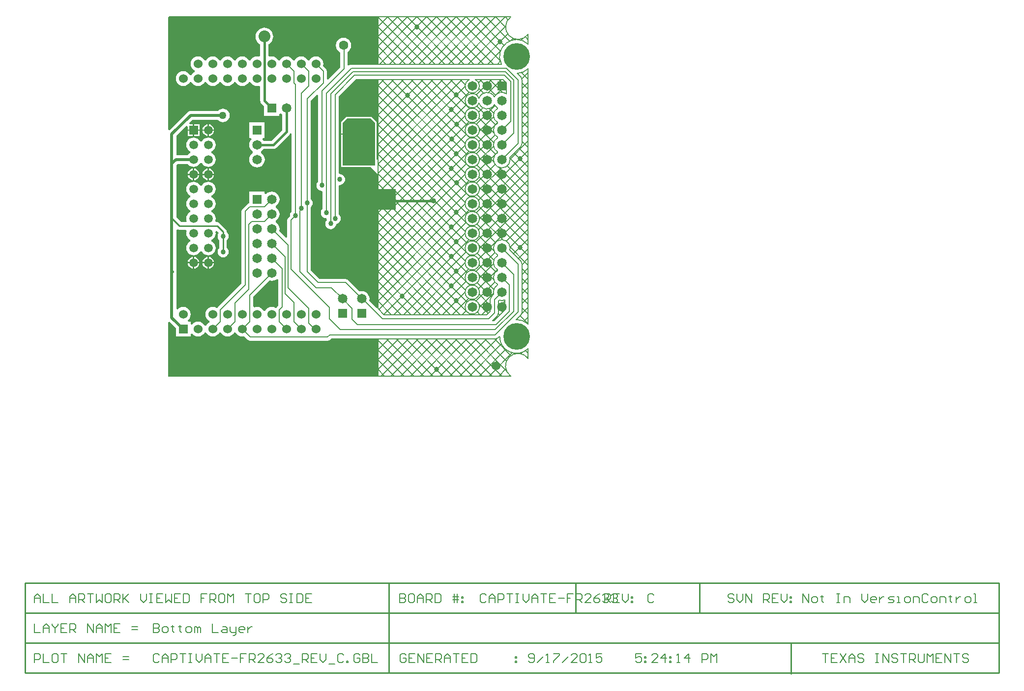
<source format=gbl>
%FSAX25Y25*%
%MOIN*%
G70*
G01*
G75*
G04 Layer_Physical_Order=2*
G04 Layer_Color=16711680*
%ADD10C,0.00800*%
%ADD11C,0.00600*%
%ADD12C,0.03937*%
%ADD13R,0.02362X0.03150*%
%ADD14R,0.03937X0.03740*%
%ADD15R,0.03150X0.02362*%
%ADD16R,0.03150X0.03150*%
%ADD17R,0.03740X0.03937*%
%ADD18O,0.02362X0.00945*%
%ADD19O,0.00945X0.02362*%
%ADD20R,0.13583X0.13583*%
%ADD21R,0.03937X0.07087*%
%ADD22C,0.02000*%
%ADD23C,0.01000*%
%ADD24C,0.03000*%
%ADD25C,0.01200*%
%ADD26C,0.00787*%
%ADD27C,0.01500*%
%ADD28C,0.05000*%
%ADD29C,0.06000*%
%ADD30C,0.06496*%
%ADD31R,0.06496X0.06496*%
%ADD32C,0.08000*%
%ADD33R,0.05906X0.05906*%
%ADD34C,0.05906*%
%ADD35C,0.18110*%
%ADD36C,0.06299*%
%ADD37R,0.06496X0.06496*%
%ADD38R,0.06000X0.06000*%
%ADD39C,0.05000*%
%ADD40C,0.03400*%
%ADD41C,0.01969*%
G36*
X0277200Y0413400D02*
Y0384400D01*
X0255200D01*
Y0413400D01*
X0258200Y0416400D01*
X0274200D01*
X0277200Y0413400D01*
D02*
G37*
G36*
X0279200Y0388727D02*
X0278318Y0388256D01*
X0278200Y0388334D01*
Y0413900D01*
X0274700Y0417400D01*
X0257700Y0417400D01*
X0254200Y0413900D01*
Y0383400D01*
X0274200D01*
X0279200Y0378400D01*
Y0368400D01*
X0291200D01*
Y0354400D01*
X0279200D01*
Y0288167D01*
X0278276Y0287785D01*
X0273338Y0292722D01*
X0273493Y0293900D01*
X0273313Y0295270D01*
X0272784Y0296547D01*
X0271943Y0297643D01*
X0270847Y0298484D01*
X0269570Y0299013D01*
X0268200Y0299193D01*
X0266830Y0299013D01*
X0266630Y0298930D01*
X0258930Y0306630D01*
X0258136Y0307161D01*
X0257981Y0307192D01*
X0257200Y0307347D01*
X0239714D01*
X0233647Y0313414D01*
Y0356114D01*
X0233839Y0356261D01*
X0234432Y0357034D01*
X0234805Y0357934D01*
X0234932Y0358900D01*
X0234805Y0359866D01*
X0234432Y0360766D01*
X0233839Y0361539D01*
X0233647Y0361686D01*
Y0428386D01*
X0237829Y0432569D01*
X0238753Y0432186D01*
Y0373686D01*
X0238561Y0373539D01*
X0237968Y0372766D01*
X0237595Y0371866D01*
X0237468Y0370900D01*
X0237595Y0369934D01*
X0237968Y0369034D01*
X0238561Y0368261D01*
X0239334Y0367668D01*
X0240234Y0367295D01*
X0241200Y0367168D01*
X0241753Y0366683D01*
Y0355186D01*
X0241561Y0355039D01*
X0240968Y0354266D01*
X0240595Y0353366D01*
X0240468Y0352400D01*
X0240595Y0351434D01*
X0240968Y0350534D01*
X0241561Y0349761D01*
X0242334Y0349168D01*
X0243234Y0348795D01*
X0244200Y0348668D01*
X0244352Y0348535D01*
X0244561Y0347539D01*
X0243968Y0346766D01*
X0243595Y0345866D01*
X0243468Y0344900D01*
X0243595Y0343934D01*
X0243968Y0343034D01*
X0244561Y0342261D01*
X0245334Y0341668D01*
X0246234Y0341295D01*
X0247200Y0341168D01*
X0248166Y0341295D01*
X0249066Y0341668D01*
X0249839Y0342261D01*
X0250432Y0343034D01*
X0250805Y0343934D01*
X0250914Y0344762D01*
X0251166Y0344795D01*
X0252066Y0345168D01*
X0252839Y0345761D01*
X0253432Y0346534D01*
X0253805Y0347434D01*
X0253932Y0348400D01*
X0253805Y0349366D01*
X0253432Y0350266D01*
X0252839Y0351039D01*
X0252641Y0351191D01*
Y0370677D01*
X0253200Y0371168D01*
X0254166Y0371295D01*
X0255066Y0371668D01*
X0255839Y0372261D01*
X0256432Y0373034D01*
X0256805Y0373934D01*
X0256932Y0374900D01*
X0256805Y0375866D01*
X0256432Y0376766D01*
X0255839Y0377539D01*
X0255066Y0378132D01*
X0254166Y0378505D01*
X0253200Y0378632D01*
X0252641Y0379122D01*
Y0431468D01*
X0264338Y0443166D01*
X0279200D01*
Y0388727D01*
D02*
G37*
G36*
X0211759Y0307224D02*
Y0289411D01*
X0210474Y0288126D01*
X0210298Y0287863D01*
X0209722Y0287768D01*
X0208505Y0288271D01*
X0207200Y0288443D01*
X0205895Y0288271D01*
X0204678Y0287768D01*
X0203634Y0286966D01*
X0202833Y0285922D01*
X0202741Y0285701D01*
X0201659D01*
X0201568Y0285922D01*
X0200766Y0286966D01*
X0199722Y0287768D01*
X0198505Y0288271D01*
X0197200Y0288443D01*
X0195895Y0288271D01*
X0195647Y0288169D01*
X0194647Y0288837D01*
Y0295387D01*
X0205630Y0306370D01*
X0205830Y0306287D01*
X0207200Y0306107D01*
X0208570Y0306287D01*
X0209847Y0306816D01*
X0210759Y0307516D01*
X0211759Y0307224D01*
D02*
G37*
G36*
X0279200Y0452847D02*
X0261200D01*
X0260419Y0452692D01*
X0260264Y0452661D01*
X0259647Y0452249D01*
X0258647Y0452562D01*
Y0461550D01*
X0259530Y0462227D01*
X0260356Y0463303D01*
X0260875Y0464556D01*
X0261052Y0465900D01*
X0260875Y0467244D01*
X0260356Y0468497D01*
X0259530Y0469573D01*
X0258454Y0470398D01*
X0257202Y0470917D01*
X0255857Y0471094D01*
X0254513Y0470917D01*
X0253260Y0470398D01*
X0252185Y0469573D01*
X0251359Y0468497D01*
X0250840Y0467244D01*
X0250663Y0465900D01*
X0250840Y0464556D01*
X0251359Y0463303D01*
X0252185Y0462227D01*
X0253260Y0461402D01*
X0253753Y0461198D01*
Y0450914D01*
X0245571Y0442732D01*
X0244647Y0443114D01*
Y0448400D01*
X0244461Y0449336D01*
X0243930Y0450130D01*
X0242040Y0452020D01*
X0242071Y0452095D01*
X0242243Y0453400D01*
X0242071Y0454705D01*
X0241567Y0455922D01*
X0240766Y0456966D01*
X0239722Y0457767D01*
X0238505Y0458271D01*
X0237200Y0458443D01*
X0235895Y0458271D01*
X0234678Y0457767D01*
X0233634Y0456966D01*
X0232833Y0455922D01*
X0232741Y0455701D01*
X0231659D01*
X0231568Y0455922D01*
X0230766Y0456966D01*
X0229722Y0457767D01*
X0228505Y0458271D01*
X0227200Y0458443D01*
X0225895Y0458271D01*
X0224678Y0457767D01*
X0223634Y0456966D01*
X0222832Y0455922D01*
X0222741Y0455701D01*
X0221659D01*
X0221568Y0455922D01*
X0220766Y0456966D01*
X0219722Y0457767D01*
X0218505Y0458271D01*
X0217200Y0458443D01*
X0215895Y0458271D01*
X0214678Y0457767D01*
X0213634Y0456966D01*
X0212832Y0455922D01*
X0212741Y0455701D01*
X0211659D01*
X0211567Y0455922D01*
X0210766Y0456966D01*
X0209722Y0457767D01*
X0208505Y0458271D01*
X0207200Y0458443D01*
X0205974Y0458282D01*
X0205681Y0458317D01*
X0204974Y0458790D01*
Y0466579D01*
X0205550Y0466887D01*
X0206463Y0467637D01*
X0207213Y0468550D01*
X0207770Y0469593D01*
X0208113Y0470724D01*
X0208229Y0471900D01*
X0208113Y0473076D01*
X0207770Y0474207D01*
X0207213Y0475249D01*
X0206463Y0476163D01*
X0205550Y0476913D01*
X0204507Y0477470D01*
X0203376Y0477813D01*
X0202200Y0477929D01*
X0201024Y0477813D01*
X0199893Y0477470D01*
X0198851Y0476913D01*
X0197937Y0476163D01*
X0197187Y0475249D01*
X0196630Y0474207D01*
X0196287Y0473076D01*
X0196171Y0471900D01*
X0196287Y0470724D01*
X0196630Y0469593D01*
X0197187Y0468550D01*
X0197937Y0467637D01*
X0198851Y0466887D01*
X0199426Y0466579D01*
Y0458790D01*
X0198719Y0458317D01*
X0198426Y0458282D01*
X0197200Y0458443D01*
X0195895Y0458271D01*
X0194678Y0457767D01*
X0193634Y0456966D01*
X0192833Y0455922D01*
X0192741Y0455701D01*
X0191659D01*
X0191568Y0455922D01*
X0190766Y0456966D01*
X0189722Y0457767D01*
X0188505Y0458271D01*
X0187200Y0458443D01*
X0185895Y0458271D01*
X0184678Y0457767D01*
X0183634Y0456966D01*
X0182833Y0455922D01*
X0182741Y0455701D01*
X0181659D01*
X0181568Y0455922D01*
X0180766Y0456966D01*
X0179722Y0457767D01*
X0178505Y0458271D01*
X0177200Y0458443D01*
X0175895Y0458271D01*
X0174678Y0457767D01*
X0173634Y0456966D01*
X0172833Y0455922D01*
X0172741Y0455701D01*
X0171659D01*
X0171567Y0455922D01*
X0170766Y0456966D01*
X0169722Y0457767D01*
X0168505Y0458271D01*
X0167200Y0458443D01*
X0165895Y0458271D01*
X0164678Y0457767D01*
X0163634Y0456966D01*
X0162832Y0455922D01*
X0162741Y0455701D01*
X0161659D01*
X0161567Y0455922D01*
X0160766Y0456966D01*
X0159722Y0457767D01*
X0158505Y0458271D01*
X0157200Y0458443D01*
X0155895Y0458271D01*
X0154678Y0457767D01*
X0153634Y0456966D01*
X0152832Y0455922D01*
X0152329Y0454705D01*
X0152157Y0453400D01*
X0152329Y0452095D01*
X0152832Y0450878D01*
X0153634Y0449834D01*
X0154678Y0449032D01*
X0154899Y0448941D01*
Y0447859D01*
X0154678Y0447767D01*
X0153634Y0446966D01*
X0152832Y0445922D01*
X0152741Y0445701D01*
X0151659D01*
X0151567Y0445922D01*
X0150766Y0446966D01*
X0149722Y0447767D01*
X0148505Y0448271D01*
X0147200Y0448443D01*
X0145895Y0448271D01*
X0144678Y0447767D01*
X0143634Y0446966D01*
X0142833Y0445922D01*
X0142329Y0444705D01*
X0142157Y0443400D01*
X0142329Y0442095D01*
X0142833Y0440878D01*
X0143634Y0439834D01*
X0144678Y0439033D01*
X0145895Y0438529D01*
X0147200Y0438357D01*
X0148505Y0438529D01*
X0149722Y0439033D01*
X0150766Y0439834D01*
X0151567Y0440878D01*
X0151659Y0441099D01*
X0152741D01*
X0152832Y0440878D01*
X0153634Y0439834D01*
X0154678Y0439033D01*
X0155895Y0438529D01*
X0157200Y0438357D01*
X0158505Y0438529D01*
X0159722Y0439033D01*
X0160766Y0439834D01*
X0161567Y0440878D01*
X0161659Y0441099D01*
X0162741D01*
X0162832Y0440878D01*
X0163634Y0439834D01*
X0164678Y0439033D01*
X0165895Y0438529D01*
X0167200Y0438357D01*
X0168505Y0438529D01*
X0169722Y0439033D01*
X0170766Y0439834D01*
X0171567Y0440878D01*
X0171659Y0441099D01*
X0172741D01*
X0172833Y0440878D01*
X0173634Y0439834D01*
X0174678Y0439033D01*
X0175895Y0438529D01*
X0177200Y0438357D01*
X0178505Y0438529D01*
X0179722Y0439033D01*
X0180766Y0439834D01*
X0181568Y0440878D01*
X0181659Y0441099D01*
X0182741D01*
X0182833Y0440878D01*
X0183634Y0439834D01*
X0184678Y0439033D01*
X0185895Y0438529D01*
X0187200Y0438357D01*
X0188505Y0438529D01*
X0189722Y0439033D01*
X0190766Y0439834D01*
X0191568Y0440878D01*
X0191659Y0441099D01*
X0192741D01*
X0192833Y0440878D01*
X0193634Y0439834D01*
X0194678Y0439033D01*
X0195895Y0438529D01*
X0197200Y0438357D01*
X0198426Y0438518D01*
X0198719Y0438483D01*
X0199426Y0438010D01*
Y0428400D01*
X0199521Y0427682D01*
X0199683Y0427290D01*
X0199798Y0427013D01*
X0200239Y0426439D01*
X0201952Y0424725D01*
Y0418152D01*
X0212448D01*
Y0419329D01*
X0213448Y0419669D01*
X0213457Y0419657D01*
X0214426Y0418913D01*
Y0408549D01*
X0207051Y0401174D01*
X0201687D01*
X0200943Y0402143D01*
X0200931Y0402152D01*
X0201271Y0403152D01*
X0202448D01*
Y0413648D01*
X0191952D01*
Y0403152D01*
X0193129D01*
X0193469Y0402152D01*
X0193457Y0402143D01*
X0192616Y0401047D01*
X0192087Y0399770D01*
X0191907Y0398400D01*
X0192087Y0397030D01*
X0192616Y0395753D01*
X0193457Y0394657D01*
X0194341Y0393979D01*
X0194433Y0393549D01*
Y0393251D01*
X0194341Y0392821D01*
X0193457Y0392143D01*
X0192616Y0391047D01*
X0192087Y0389770D01*
X0191907Y0388400D01*
X0192087Y0387030D01*
X0192616Y0385753D01*
X0193457Y0384657D01*
X0194553Y0383816D01*
X0195830Y0383287D01*
X0197200Y0383107D01*
X0198570Y0383287D01*
X0199847Y0383816D01*
X0200943Y0384657D01*
X0201784Y0385753D01*
X0202313Y0387030D01*
X0202493Y0388400D01*
X0202313Y0389770D01*
X0201784Y0391047D01*
X0200943Y0392143D01*
X0200059Y0392821D01*
X0199967Y0393251D01*
Y0393549D01*
X0200059Y0393979D01*
X0200943Y0394657D01*
X0201687Y0395626D01*
X0208200D01*
X0208918Y0395721D01*
X0209310Y0395883D01*
X0209587Y0395998D01*
X0210161Y0396439D01*
X0219161Y0405439D01*
X0219602Y0406013D01*
X0219717Y0406290D01*
X0219753Y0406377D01*
X0220753Y0406178D01*
Y0353186D01*
X0220561Y0353039D01*
X0219968Y0352266D01*
X0219595Y0351366D01*
X0219468Y0350400D01*
X0219500Y0350160D01*
X0218470Y0349130D01*
X0217939Y0348336D01*
X0217908Y0348181D01*
X0217753Y0347400D01*
Y0335614D01*
X0216829Y0335231D01*
X0212230Y0339830D01*
X0212313Y0340030D01*
X0212493Y0341400D01*
X0212313Y0342770D01*
X0211784Y0344047D01*
X0210943Y0345143D01*
X0210059Y0345821D01*
X0209967Y0346251D01*
Y0346549D01*
X0210059Y0346979D01*
X0210943Y0347657D01*
X0211784Y0348753D01*
X0212313Y0350030D01*
X0212493Y0351400D01*
X0212313Y0352770D01*
X0211784Y0354047D01*
X0210943Y0355143D01*
X0210059Y0355821D01*
X0209967Y0356251D01*
Y0356549D01*
X0210059Y0356979D01*
X0210943Y0357657D01*
X0211784Y0358753D01*
X0212313Y0360030D01*
X0212493Y0361400D01*
X0212313Y0362770D01*
X0211784Y0364047D01*
X0210943Y0365143D01*
X0209847Y0365984D01*
X0208570Y0366513D01*
X0207200Y0366693D01*
X0205830Y0366513D01*
X0204553Y0365984D01*
X0203457Y0365143D01*
X0203448Y0365131D01*
X0202448Y0365471D01*
Y0366648D01*
X0191952D01*
Y0358798D01*
X0191419Y0358692D01*
X0191264Y0358661D01*
X0190470Y0358130D01*
X0187470Y0355130D01*
X0186939Y0354336D01*
X0186908Y0354181D01*
X0186753Y0353400D01*
Y0304414D01*
X0170470Y0288130D01*
X0170290Y0287861D01*
X0169722Y0287768D01*
X0168505Y0288271D01*
X0167200Y0288443D01*
X0165895Y0288271D01*
X0164678Y0287768D01*
X0163634Y0286966D01*
X0162832Y0285922D01*
X0162329Y0284705D01*
X0162157Y0283400D01*
X0162329Y0282095D01*
X0162832Y0280878D01*
X0163634Y0279834D01*
X0164678Y0279032D01*
X0164899Y0278941D01*
Y0277859D01*
X0164678Y0277767D01*
X0163634Y0276966D01*
X0162832Y0275922D01*
X0162741Y0275701D01*
X0161659D01*
X0161567Y0275922D01*
X0160766Y0276966D01*
X0159722Y0277767D01*
X0158505Y0278271D01*
X0157200Y0278443D01*
X0155895Y0278271D01*
X0154678Y0277767D01*
X0153634Y0276966D01*
X0153200Y0276400D01*
X0152200Y0276740D01*
Y0278400D01*
X0150540D01*
X0150200Y0279400D01*
X0150766Y0279834D01*
X0151567Y0280878D01*
X0152071Y0282095D01*
X0152243Y0283400D01*
X0152071Y0284705D01*
X0151567Y0285922D01*
X0150766Y0286966D01*
X0149722Y0287768D01*
X0148505Y0288271D01*
X0147200Y0288443D01*
X0145895Y0288271D01*
X0144678Y0287768D01*
X0143634Y0286966D01*
X0143476Y0286760D01*
X0142476Y0287100D01*
Y0311312D01*
X0142629Y0311682D01*
X0142724Y0312400D01*
X0142629Y0313118D01*
X0142476Y0313488D01*
Y0340677D01*
X0143476Y0341211D01*
X0143725Y0341045D01*
X0144700Y0340851D01*
X0148956D01*
X0149512Y0340019D01*
X0149375Y0339688D01*
X0149205Y0338396D01*
X0149375Y0337103D01*
X0149874Y0335898D01*
X0150668Y0334863D01*
X0151702Y0334069D01*
X0152022Y0333937D01*
Y0332854D01*
X0151702Y0332722D01*
X0150668Y0331928D01*
X0149874Y0330893D01*
X0149375Y0329688D01*
X0149205Y0328396D01*
X0149375Y0327103D01*
X0149874Y0325898D01*
X0150668Y0324863D01*
X0151702Y0324069D01*
X0152907Y0323570D01*
X0154200Y0323400D01*
X0155493Y0323570D01*
X0156698Y0324069D01*
X0157732Y0324863D01*
X0158526Y0325898D01*
X0158659Y0326218D01*
X0159741D01*
X0159874Y0325898D01*
X0160668Y0324863D01*
X0161702Y0324069D01*
X0162907Y0323570D01*
X0164200Y0323400D01*
X0165493Y0323570D01*
X0166698Y0324069D01*
X0167732Y0324863D01*
X0168526Y0325898D01*
X0169025Y0327103D01*
X0169195Y0328396D01*
X0169025Y0329688D01*
X0168526Y0330893D01*
X0167732Y0331928D01*
X0166698Y0332722D01*
X0166378Y0332854D01*
Y0333937D01*
X0166698Y0334069D01*
X0167732Y0334863D01*
X0168526Y0335898D01*
X0169025Y0337103D01*
X0169195Y0338396D01*
X0169045Y0339536D01*
X0169373Y0339823D01*
X0169949Y0340046D01*
X0171299Y0338697D01*
X0170968Y0338266D01*
X0170595Y0337366D01*
X0170468Y0336400D01*
X0170595Y0335434D01*
X0170968Y0334534D01*
X0171561Y0333761D01*
X0171651Y0333692D01*
Y0328508D01*
X0171561Y0328439D01*
X0170968Y0327666D01*
X0170595Y0326766D01*
X0170468Y0325800D01*
X0170595Y0324834D01*
X0170968Y0323934D01*
X0171561Y0323161D01*
X0172334Y0322568D01*
X0173234Y0322195D01*
X0174200Y0322068D01*
X0175166Y0322195D01*
X0176066Y0322568D01*
X0176839Y0323161D01*
X0177432Y0323934D01*
X0177805Y0324834D01*
X0177932Y0325800D01*
X0177805Y0326766D01*
X0177432Y0327666D01*
X0176839Y0328439D01*
X0176749Y0328508D01*
Y0333692D01*
X0176839Y0333761D01*
X0177432Y0334534D01*
X0177805Y0335434D01*
X0177932Y0336400D01*
X0177805Y0337366D01*
X0177432Y0338266D01*
X0176839Y0339039D01*
X0176749Y0339108D01*
Y0339400D01*
X0176555Y0340375D01*
X0176002Y0341202D01*
X0172002Y0345202D01*
X0171176Y0345755D01*
X0170200Y0345949D01*
X0169447D01*
X0168892Y0346780D01*
X0169025Y0347103D01*
X0169195Y0348395D01*
X0169025Y0349688D01*
X0168526Y0350893D01*
X0167732Y0351928D01*
X0166698Y0352722D01*
X0166378Y0352854D01*
Y0353937D01*
X0166698Y0354069D01*
X0167732Y0354863D01*
X0168526Y0355898D01*
X0169025Y0357103D01*
X0169195Y0358396D01*
X0169025Y0359688D01*
X0168526Y0360893D01*
X0167732Y0361928D01*
X0166698Y0362722D01*
X0166378Y0362854D01*
Y0363937D01*
X0166698Y0364069D01*
X0167732Y0364863D01*
X0168526Y0365898D01*
X0169025Y0367103D01*
X0169195Y0368395D01*
X0169025Y0369688D01*
X0168526Y0370893D01*
X0167732Y0371928D01*
X0166698Y0372722D01*
X0165493Y0373221D01*
X0164200Y0373391D01*
X0162907Y0373221D01*
X0161702Y0372722D01*
X0160668Y0371928D01*
X0159874Y0370893D01*
X0159741Y0370573D01*
X0158659D01*
X0158526Y0370893D01*
X0157732Y0371928D01*
X0156698Y0372722D01*
X0155493Y0373221D01*
X0154200Y0373391D01*
X0152907Y0373221D01*
X0151702Y0372722D01*
X0150668Y0371928D01*
X0149874Y0370893D01*
X0149375Y0369688D01*
X0149205Y0368395D01*
X0149375Y0367103D01*
X0149874Y0365898D01*
X0150668Y0364863D01*
X0151702Y0364069D01*
X0152022Y0363937D01*
Y0362854D01*
X0151702Y0362722D01*
X0150668Y0361928D01*
X0149874Y0360893D01*
X0149375Y0359688D01*
X0149205Y0358396D01*
X0149375Y0357103D01*
X0149874Y0355898D01*
X0150668Y0354863D01*
X0151702Y0354069D01*
X0152022Y0353937D01*
Y0352854D01*
X0151702Y0352722D01*
X0150668Y0351928D01*
X0149874Y0350893D01*
X0149375Y0349688D01*
X0149205Y0348395D01*
X0149375Y0347103D01*
X0149508Y0346780D01*
X0148953Y0345949D01*
X0145756D01*
X0142476Y0349229D01*
Y0384397D01*
X0143449Y0385370D01*
X0150279D01*
X0150668Y0384863D01*
X0151702Y0384069D01*
X0152907Y0383570D01*
X0154200Y0383400D01*
X0155493Y0383570D01*
X0156698Y0384069D01*
X0157732Y0384863D01*
X0158526Y0385898D01*
X0158659Y0386218D01*
X0159741D01*
X0159874Y0385898D01*
X0160668Y0384863D01*
X0161702Y0384069D01*
X0162907Y0383570D01*
X0164200Y0383400D01*
X0165493Y0383570D01*
X0166698Y0384069D01*
X0167732Y0384863D01*
X0168526Y0385898D01*
X0169025Y0387103D01*
X0169195Y0388396D01*
X0169025Y0389688D01*
X0168526Y0390893D01*
X0167732Y0391928D01*
X0166698Y0392722D01*
X0166378Y0392854D01*
Y0393937D01*
X0166698Y0394069D01*
X0167732Y0394863D01*
X0168526Y0395898D01*
X0169025Y0397103D01*
X0169195Y0398395D01*
X0169025Y0399688D01*
X0168526Y0400893D01*
X0167732Y0401928D01*
X0166698Y0402722D01*
X0165493Y0403221D01*
X0164200Y0403391D01*
X0162907Y0403221D01*
X0161702Y0402722D01*
X0160668Y0401928D01*
X0159874Y0400893D01*
X0159741Y0400573D01*
X0158659D01*
X0158526Y0400893D01*
X0157732Y0401928D01*
X0156698Y0402722D01*
X0155493Y0403221D01*
X0154200Y0403391D01*
X0152907Y0403221D01*
X0151702Y0402722D01*
X0150668Y0401928D01*
X0149874Y0400893D01*
X0149375Y0399688D01*
X0149205Y0398395D01*
X0149375Y0397103D01*
X0149874Y0395898D01*
X0150668Y0394863D01*
X0151702Y0394069D01*
X0152022Y0393937D01*
Y0392854D01*
X0151702Y0392722D01*
X0150668Y0391928D01*
X0150279Y0391421D01*
X0142476D01*
Y0404397D01*
X0149323Y0411244D01*
X0150247Y0410861D01*
Y0408895D01*
X0153700D01*
Y0412348D01*
X0151734D01*
X0151351Y0413272D01*
X0153453Y0415374D01*
X0170750D01*
X0170891Y0415191D01*
X0171831Y0414469D01*
X0172925Y0414016D01*
X0174100Y0413861D01*
X0175275Y0414016D01*
X0176369Y0414469D01*
X0177309Y0415191D01*
X0178031Y0416131D01*
X0178484Y0417225D01*
X0178639Y0418400D01*
X0178484Y0419575D01*
X0178031Y0420669D01*
X0177309Y0421609D01*
X0176369Y0422331D01*
X0175275Y0422784D01*
X0174100Y0422939D01*
X0172925Y0422784D01*
X0171831Y0422331D01*
X0170891Y0421609D01*
X0170750Y0421426D01*
X0152200D01*
X0151417Y0421323D01*
X0150989Y0421146D01*
X0150687Y0421021D01*
X0150060Y0420540D01*
X0137974Y0408453D01*
X0136974Y0408867D01*
X0136974Y0484919D01*
X0137681Y0485626D01*
X0279200D01*
Y0452847D01*
D02*
G37*
G36*
X0142200Y0274121D02*
Y0268400D01*
X0152200D01*
Y0270060D01*
X0153200Y0270399D01*
X0153634Y0269834D01*
X0154678Y0269033D01*
X0155895Y0268529D01*
X0157200Y0268357D01*
X0158505Y0268529D01*
X0159722Y0269033D01*
X0160766Y0269834D01*
X0161567Y0270878D01*
X0161659Y0271099D01*
X0162741D01*
X0162832Y0270878D01*
X0163634Y0269834D01*
X0164678Y0269033D01*
X0165895Y0268529D01*
X0167200Y0268357D01*
X0168505Y0268529D01*
X0169722Y0269033D01*
X0170766Y0269834D01*
X0171567Y0270878D01*
X0171659Y0271099D01*
X0172741D01*
X0172833Y0270878D01*
X0173634Y0269834D01*
X0174678Y0269033D01*
X0175895Y0268529D01*
X0177200Y0268357D01*
X0178505Y0268529D01*
X0179722Y0269033D01*
X0180766Y0269834D01*
X0181568Y0270878D01*
X0181659Y0271099D01*
X0182741D01*
X0182833Y0270878D01*
X0183634Y0269834D01*
X0184678Y0269033D01*
X0185895Y0268529D01*
X0187200Y0268357D01*
X0188505Y0268529D01*
X0188580Y0268560D01*
X0190970Y0266170D01*
X0191500Y0265815D01*
X0191764Y0265639D01*
X0192700Y0265453D01*
X0245100D01*
X0245881Y0265608D01*
X0246036Y0265639D01*
X0246830Y0266170D01*
X0247614Y0266953D01*
X0279200D01*
Y0241174D01*
X0136974D01*
X0136974Y0277933D01*
X0137974Y0278347D01*
X0142200Y0274121D01*
D02*
G37*
%LPC*%
G36*
X0163700Y0322317D02*
X0163168Y0322247D01*
X0162207Y0321848D01*
X0161381Y0321215D01*
X0160747Y0320389D01*
X0160349Y0319427D01*
X0160279Y0318896D01*
X0163700D01*
Y0322317D01*
D02*
G37*
G36*
X0164700D02*
Y0318896D01*
X0168121D01*
X0168051Y0319427D01*
X0167653Y0320389D01*
X0167019Y0321215D01*
X0166193Y0321848D01*
X0165232Y0322247D01*
X0164700Y0322317D01*
D02*
G37*
G36*
X0158121Y0377895D02*
X0154700D01*
Y0374475D01*
X0155232Y0374545D01*
X0156193Y0374943D01*
X0157019Y0375576D01*
X0157653Y0376402D01*
X0158051Y0377364D01*
X0158121Y0377895D01*
D02*
G37*
G36*
X0153700D02*
X0150279D01*
X0150349Y0377364D01*
X0150747Y0376402D01*
X0151381Y0375576D01*
X0152207Y0374943D01*
X0153168Y0374545D01*
X0153700Y0374475D01*
Y0377895D01*
D02*
G37*
G36*
X0154700Y0322317D02*
Y0318896D01*
X0158121D01*
X0158051Y0319427D01*
X0157653Y0320389D01*
X0157019Y0321215D01*
X0156193Y0321848D01*
X0155232Y0322247D01*
X0154700Y0322317D01*
D02*
G37*
G36*
X0158121Y0317896D02*
X0154700D01*
Y0314475D01*
X0155232Y0314545D01*
X0156193Y0314943D01*
X0157019Y0315576D01*
X0157653Y0316402D01*
X0158051Y0317364D01*
X0158121Y0317896D01*
D02*
G37*
G36*
X0153700D02*
X0150279D01*
X0150349Y0317364D01*
X0150747Y0316402D01*
X0151381Y0315576D01*
X0152207Y0314943D01*
X0153168Y0314545D01*
X0153700Y0314475D01*
Y0317896D01*
D02*
G37*
G36*
X0163700D02*
X0160279D01*
X0160349Y0317364D01*
X0160747Y0316402D01*
X0161381Y0315576D01*
X0162207Y0314943D01*
X0163168Y0314545D01*
X0163700Y0314475D01*
Y0317896D01*
D02*
G37*
G36*
X0153700Y0322317D02*
X0153168Y0322247D01*
X0152207Y0321848D01*
X0151381Y0321215D01*
X0150747Y0320389D01*
X0150349Y0319427D01*
X0150279Y0318896D01*
X0153700D01*
Y0322317D01*
D02*
G37*
G36*
X0168121Y0317896D02*
X0164700D01*
Y0314475D01*
X0165232Y0314545D01*
X0166193Y0314943D01*
X0167019Y0315576D01*
X0167653Y0316402D01*
X0168051Y0317364D01*
X0168121Y0317896D01*
D02*
G37*
G36*
Y0407896D02*
X0164700D01*
Y0404474D01*
X0165232Y0404544D01*
X0166193Y0404943D01*
X0167019Y0405576D01*
X0167653Y0406402D01*
X0168051Y0407364D01*
X0168121Y0407896D01*
D02*
G37*
G36*
X0163700D02*
X0160279D01*
X0160349Y0407364D01*
X0160747Y0406402D01*
X0161381Y0405576D01*
X0162207Y0404943D01*
X0163168Y0404544D01*
X0163700Y0404474D01*
Y0407896D01*
D02*
G37*
G36*
X0158153D02*
X0154700D01*
Y0404443D01*
X0158153D01*
Y0407896D01*
D02*
G37*
G36*
X0164700Y0412317D02*
Y0408895D01*
X0168121D01*
X0168051Y0409427D01*
X0167653Y0410389D01*
X0167019Y0411215D01*
X0166193Y0411848D01*
X0165232Y0412247D01*
X0164700Y0412317D01*
D02*
G37*
G36*
X0163700D02*
X0163168Y0412247D01*
X0162207Y0411848D01*
X0161381Y0411215D01*
X0160747Y0410389D01*
X0160349Y0409427D01*
X0160279Y0408895D01*
X0163700D01*
Y0412317D01*
D02*
G37*
G36*
X0158153Y0412348D02*
X0154700D01*
Y0408895D01*
X0158153D01*
Y0412348D01*
D02*
G37*
G36*
X0153700Y0407896D02*
X0150247D01*
Y0404443D01*
X0153700D01*
Y0407896D01*
D02*
G37*
G36*
Y0382316D02*
X0153168Y0382246D01*
X0152207Y0381848D01*
X0151381Y0381215D01*
X0150747Y0380389D01*
X0150349Y0379427D01*
X0150279Y0378895D01*
X0153700D01*
Y0382316D01*
D02*
G37*
G36*
X0168121Y0377895D02*
X0164700D01*
Y0374475D01*
X0165232Y0374545D01*
X0166193Y0374943D01*
X0167019Y0375576D01*
X0167653Y0376402D01*
X0168051Y0377364D01*
X0168121Y0377895D01*
D02*
G37*
G36*
X0163700D02*
X0160279D01*
X0160349Y0377364D01*
X0160747Y0376402D01*
X0161381Y0375576D01*
X0162207Y0374943D01*
X0163168Y0374545D01*
X0163700Y0374475D01*
Y0377895D01*
D02*
G37*
G36*
X0164700Y0382316D02*
Y0378895D01*
X0168121D01*
X0168051Y0379427D01*
X0167653Y0380389D01*
X0167019Y0381215D01*
X0166193Y0381848D01*
X0165232Y0382246D01*
X0164700Y0382316D01*
D02*
G37*
G36*
X0163700D02*
X0163168Y0382246D01*
X0162207Y0381848D01*
X0161381Y0381215D01*
X0160747Y0380389D01*
X0160349Y0379427D01*
X0160279Y0378895D01*
X0163700D01*
Y0382316D01*
D02*
G37*
G36*
X0154700D02*
Y0378895D01*
X0158121D01*
X0158051Y0379427D01*
X0157653Y0380389D01*
X0157019Y0381215D01*
X0156193Y0381848D01*
X0155232Y0382246D01*
X0154700Y0382316D01*
D02*
G37*
%LPD*%
G54D10*
X0369295Y0485250D02*
G03*
X0381050Y0473495I0004905J-0006850D01*
G01*
Y0466743D02*
G03*
X0362993Y0453200I-0007850J-0008343D01*
G01*
X0373608Y0446952D02*
G03*
X0381050Y0450058I-0000408J0011448D01*
G01*
X0377000Y0442400D02*
G03*
X0376180Y0444380I-0002800J0000000D01*
G01*
X0377000Y0442400D02*
G03*
X0376180Y0444380I-0002800J0000000D01*
G01*
Y0397420D02*
G03*
X0377000Y0399400I-0001980J0001980D01*
G01*
X0376180Y0397420D02*
G03*
X0377000Y0399400I-0001980J0001980D01*
G01*
X0366406Y0433050D02*
G03*
X0358200Y0431027I-0003206J-0004650D01*
G01*
Y0425773D02*
G03*
X0360573Y0423400I0005000J0002627D01*
G01*
X0358200Y0431027D02*
G03*
X0347780Y0429989I-0005000J-0002627D01*
G01*
Y0426811D02*
G03*
X0358200Y0425773I0005420J0001589D01*
G01*
X0360573Y0423400D02*
G03*
X0360573Y0413400I0002627J-0005000D01*
G01*
D02*
G03*
X0360573Y0403400I0002627J-0005000D01*
G01*
X0368848Y0388400D02*
G03*
X0368648Y0389889I-0005648J0000000D01*
G01*
X0360573Y0393400D02*
G03*
X0368848Y0388400I0002627J-0005000D01*
G01*
X0360573Y0403400D02*
G03*
X0360573Y0393400I0002627J-0005000D01*
G01*
X0377000Y0317400D02*
G03*
X0376180Y0319380I-0002800J0000000D01*
G01*
X0377000Y0317400D02*
G03*
X0376180Y0319380I-0002800J0000000D01*
G01*
X0368648Y0326911D02*
G03*
X0368848Y0328400I-0005448J0001489D01*
G01*
D02*
G03*
X0360573Y0323400I-0005648J0000000D01*
G01*
X0381050Y0276743D02*
G03*
X0373115Y0279855I-0007850J-0008343D01*
G01*
X0361745Y0268485D02*
G03*
X0381050Y0260057I0011455J-0000085D01*
G01*
X0376180Y0282920D02*
G03*
X0377000Y0284900I-0001980J0001980D01*
G01*
X0376180Y0282920D02*
G03*
X0377000Y0284900I-0001980J0001980D01*
G01*
X0381050Y0253431D02*
G03*
X0369169Y0241550I-0006850J-0005031D01*
G01*
X0360573Y0313400D02*
G03*
X0360573Y0303400I0002627J-0005000D01*
G01*
Y0323400D02*
G03*
X0360573Y0313400I0002627J-0005000D01*
G01*
Y0303400D02*
G03*
X0357752Y0296912I0002627J-0005000D01*
G01*
X0356220Y0295380D02*
G03*
X0355400Y0293400I0001980J-0001980D01*
G01*
X0356220Y0295380D02*
G03*
X0355400Y0293400I0001980J-0001980D01*
G01*
X0361712Y0292952D02*
G03*
X0365400Y0293198I0001489J0005448D01*
G01*
X0360180Y0282420D02*
G03*
X0361000Y0284400I-0001980J0001980D01*
G01*
X0360180Y0282420D02*
G03*
X0361000Y0284400I-0001980J0001980D01*
G01*
X0358700Y0266600D02*
G03*
X0360680Y0267420I0000000J0002800D01*
G01*
X0358700Y0266600D02*
G03*
X0360680Y0267420I0000000J0002800D01*
G01*
X0348048Y0438400D02*
G03*
X0345208Y0442813I-0004848J0000000D01*
G01*
X0341192D02*
G03*
X0348048Y0438400I0002008J-0004413D01*
G01*
Y0418400D02*
G03*
X0348048Y0418400I-0004848J0000000D01*
G01*
X0347780Y0429989D02*
G03*
X0347780Y0426811I-0004580J-0001589D01*
G01*
X0348048Y0398400D02*
G03*
X0348048Y0398400I-0004848J0000000D01*
G01*
Y0408400D02*
G03*
X0348048Y0408400I-0004848J0000000D01*
G01*
Y0388400D02*
G03*
X0348048Y0388400I-0004848J0000000D01*
G01*
Y0378400D02*
G03*
X0348048Y0378400I-0004848J0000000D01*
G01*
Y0368400D02*
G03*
X0348048Y0368400I-0004848J0000000D01*
G01*
Y0358400D02*
G03*
X0348048Y0358400I-0004848J0000000D01*
G01*
Y0348400D02*
G03*
X0348048Y0348400I-0004848J0000000D01*
G01*
Y0338400D02*
G03*
X0348048Y0338400I-0004848J0000000D01*
G01*
Y0318400D02*
G03*
X0348048Y0318400I-0004848J0000000D01*
G01*
Y0328400D02*
G03*
X0348048Y0328400I-0004848J0000000D01*
G01*
Y0308400D02*
G03*
X0348048Y0308400I-0004848J0000000D01*
G01*
Y0298400D02*
G03*
X0348048Y0298400I-0004848J0000000D01*
G01*
Y0288400D02*
G03*
X0348048Y0288400I-0004848J0000000D01*
G01*
X0377000Y0440557D02*
X0381050Y0436507D01*
X0377000Y0436821D02*
X0381050Y0440871D01*
X0377000Y0433910D02*
X0381050Y0429860D01*
Y0466743D02*
Y0473495D01*
X0379184Y0471607D02*
X0381050Y0469741D01*
X0380673Y0467082D02*
X0381050Y0467458D01*
X0377000Y0427263D02*
X0381050Y0423213D01*
X0377000Y0423528D02*
X0381050Y0427578D01*
X0377000Y0416881D02*
X0381050Y0420931D01*
X0377000Y0399400D02*
Y0442400D01*
Y0420616D02*
X0381050Y0416566D01*
X0376357Y0469412D02*
X0377666Y0470721D01*
X0369559Y0469261D02*
X0370933Y0470635D01*
X0373608Y0446952D02*
X0376180Y0444380D01*
X0376847Y0443314D02*
X0381050Y0447518D01*
X0376708Y0447495D02*
X0381050Y0443153D01*
X0377000Y0430174D02*
X0381050Y0434224D01*
X0377000Y0413970D02*
X0381050Y0409920D01*
X0377000Y0410234D02*
X0381050Y0414284D01*
X0377000Y0403587D02*
X0381050Y0407637D01*
X0377000Y0407323D02*
X0381050Y0403273D01*
X0371571Y0392811D02*
X0381050Y0383332D01*
X0368835Y0388776D02*
X0381050Y0400990D01*
X0368825Y0388911D02*
X0381050Y0376686D01*
X0377000Y0400676D02*
X0381050Y0396626D01*
X0374894Y0396135D02*
X0381050Y0389979D01*
X0347766Y0390029D02*
X0381050Y0356745D01*
X0347446Y0360740D02*
X0381050Y0394344D01*
X0345828Y0352474D02*
X0381050Y0387697D01*
X0368648Y0389889D02*
X0376180Y0397420D01*
X0366930Y0384159D02*
X0381050Y0370039D01*
X0361393Y0383049D02*
X0381050Y0363392D01*
X0347757Y0376745D02*
X0381050Y0343451D01*
X0347425Y0340778D02*
X0381050Y0374403D01*
X0347731Y0370123D02*
X0381050Y0336805D01*
X0346395Y0384753D02*
X0381050Y0350098D01*
X0348034Y0348034D02*
X0381050Y0381050D01*
X0365541Y0485250D02*
X0367407Y0483384D01*
X0363837Y0442813D02*
X0366406Y0440243D01*
X0361451Y0442813D02*
X0366406Y0437857D01*
X0360145Y0453200D02*
X0362188Y0455243D01*
X0358894Y0485250D02*
X0365775Y0478369D01*
X0354804Y0442813D02*
X0363581Y0434035D01*
X0366406Y0433050D02*
Y0440243D01*
X0359780Y0432895D02*
X0366406Y0439521D01*
X0358098Y0431213D02*
X0358705Y0431820D01*
X0352247Y0485250D02*
X0368604Y0468893D01*
X0346851Y0453200D02*
X0367266Y0473615D01*
X0354198Y0433959D02*
X0363051Y0442813D01*
X0353498Y0453200D02*
X0362339Y0462041D01*
X0347528Y0440584D02*
X0349757Y0442813D01*
X0347708Y0436615D02*
X0350807Y0433516D01*
X0348157Y0442813D02*
X0358904Y0432066D01*
X0345935Y0412403D02*
X0358623Y0425091D01*
X0345970Y0432379D02*
X0356404Y0442813D01*
X0359442Y0412616D02*
X0360350Y0413524D01*
X0354717Y0422959D02*
X0357759Y0419917D01*
X0348015Y0407836D02*
X0357632Y0417453D01*
X0347798Y0409938D02*
X0357772Y0399963D01*
X0348029Y0367969D02*
X0362824Y0382765D01*
X0348023Y0387903D02*
X0357624Y0397504D01*
X0347488Y0400662D02*
X0358984Y0412158D01*
X0346331Y0424698D02*
X0358931Y0412098D01*
X0345899Y0392427D02*
X0358598Y0405126D01*
X0347508Y0420623D02*
X0350387Y0423502D01*
X0347724Y0416658D02*
X0357880Y0406502D01*
X0347467Y0380701D02*
X0360312Y0393546D01*
X0346363Y0404726D02*
X0358959Y0392130D01*
X0347693Y0350221D02*
X0363911Y0334003D01*
X0347741Y0396701D02*
X0357849Y0386593D01*
X0345864Y0372451D02*
X0358573Y0385160D01*
X0374367Y0321193D02*
X0381050Y0327876D01*
X0371044Y0324516D02*
X0381050Y0334522D01*
X0377000Y0310532D02*
X0381050Y0314582D01*
X0377000Y0317179D02*
X0381050Y0321229D01*
X0377000Y0303885D02*
X0381050Y0307935D01*
X0377000Y0314267D02*
X0381050Y0310217D01*
X0377000Y0307621D02*
X0381050Y0303571D01*
Y0276743D02*
Y0450058D01*
X0377000Y0284900D02*
Y0317400D01*
X0366333Y0333099D02*
X0381050Y0347816D01*
X0346426Y0364781D02*
X0381050Y0330158D01*
X0368822Y0328941D02*
X0381050Y0341169D01*
X0371044Y0324516D02*
X0381050Y0334522D01*
X0348039Y0328098D02*
X0381050Y0361110D01*
X0347772Y0356789D02*
X0381050Y0323511D01*
X0347403Y0320816D02*
X0381050Y0354463D01*
X0368803Y0329111D02*
X0381050Y0316864D01*
X0368648Y0326911D02*
X0376180Y0319380D01*
X0377000Y0294327D02*
X0381050Y0290277D01*
X0376706Y0283650D02*
X0381050Y0287995D01*
X0377000Y0287680D02*
X0381050Y0283630D01*
X0377000Y0300974D02*
X0381050Y0296924D01*
X0377000Y0297238D02*
X0381050Y0301288D01*
X0377000Y0290592D02*
X0381050Y0294642D01*
Y0253431D02*
Y0260057D01*
X0378340Y0278637D02*
X0381050Y0281348D01*
X0379355Y0258739D02*
X0381050Y0257043D01*
X0376282Y0256640D02*
X0377375Y0257733D01*
X0380449Y0254160D02*
X0381050Y0254761D01*
X0375647Y0282387D02*
X0381050Y0276983D01*
X0373115Y0279855D02*
X0376180Y0282920D01*
X0358200Y0266600D02*
X0369391Y0255408D01*
X0354546Y0241550D02*
X0370311Y0257315D01*
X0351553Y0266600D02*
X0366393Y0251760D01*
X0367839Y0241550D02*
X0368440Y0242151D01*
X0356220Y0295380D02*
X0357752Y0296912D01*
X0365400Y0286560D02*
Y0293198D01*
X0364990Y0293043D02*
X0365400Y0292634D01*
X0348045Y0288224D02*
X0357588Y0297766D01*
X0355400Y0285560D02*
Y0293400D01*
X0347650Y0330324D02*
X0357828Y0320146D01*
X0346458Y0344810D02*
X0359044Y0332224D01*
X0346489Y0324838D02*
X0359072Y0312255D01*
X0348042Y0308161D02*
X0357594Y0317713D01*
X0347788Y0336833D02*
X0357768Y0326853D01*
X0347803Y0316878D02*
X0357745Y0306935D01*
X0347381Y0300854D02*
X0360165Y0313637D01*
X0347381Y0300854D02*
X0360165Y0313637D01*
X0347602Y0310432D02*
X0357843Y0300190D01*
X0346520Y0304867D02*
X0356116Y0295270D01*
X0347817Y0296922D02*
X0355400Y0289340D01*
X0361000Y0290387D02*
X0365113Y0286273D01*
X0361000Y0287885D02*
X0365400Y0292285D01*
X0360936Y0283804D02*
X0361790Y0282950D01*
X0361000Y0284400D02*
Y0292240D01*
X0361712Y0292952D01*
X0360680Y0267420D02*
X0361745Y0268485D01*
X0361192Y0241550D02*
X0365960Y0246318D01*
X0353040Y0283200D02*
X0355400Y0285560D01*
X0349668Y0283200D02*
X0355400Y0288932D01*
X0357927Y0280167D02*
X0358467Y0279626D01*
X0347547Y0290546D02*
X0353967Y0284126D01*
X0346550Y0284896D02*
X0348246Y0283200D01*
X0358040Y0279200D02*
X0365400Y0286560D01*
X0351553Y0266600D02*
X0366393Y0251760D01*
X0347899Y0241550D02*
X0365912Y0259563D01*
X0356960Y0279200D02*
X0360180Y0282420D01*
X0356960Y0279200D02*
X0358040D01*
X0345600Y0485250D02*
X0364734Y0466117D01*
X0338953Y0485250D02*
X0362295Y0461908D01*
X0340204Y0453200D02*
X0365784Y0478779D01*
X0326911Y0453200D02*
X0358961Y0485250D01*
X0325660D02*
X0357710Y0453200D01*
X0332307Y0485250D02*
X0362140Y0455416D01*
X0345208Y0442813D02*
X0363837D01*
X0333558Y0453200D02*
X0365608Y0485250D01*
X0344049Y0433627D02*
X0344650Y0433026D01*
X0320264Y0453200D02*
X0352314Y0485250D01*
X0279200D02*
X0369295D01*
X0279200Y0453200D02*
X0362993D01*
X0313617D02*
X0345667Y0485250D01*
X0312366D02*
X0344416Y0453200D01*
X0319013Y0485250D02*
X0351063Y0453200D01*
X0321570Y0442813D02*
X0341458Y0422924D01*
X0301629Y0442813D02*
X0341501Y0402941D01*
X0281689Y0442813D02*
X0341545Y0382957D01*
X0279200Y0442813D02*
X0341192D01*
X0279200Y0372255D02*
X0341016Y0434072D01*
X0344149Y0393646D02*
X0344829Y0392966D01*
X0344099Y0413636D02*
X0344738Y0412998D01*
X0343478Y0423240D02*
X0343832Y0423593D01*
X0343422Y0403243D02*
X0343764Y0403585D01*
X0344199Y0373656D02*
X0344923Y0372931D01*
X0343365Y0383245D02*
X0343697Y0383577D01*
X0344248Y0353667D02*
X0345022Y0352893D01*
X0343306Y0363247D02*
X0343631Y0363571D01*
X0343248Y0343248D02*
X0343566Y0343566D01*
X0279200Y0425361D02*
X0341589Y0362972D01*
X0279200Y0405421D02*
X0341633Y0342988D01*
X0279200Y0352315D02*
X0340977Y0414092D01*
X0279200Y0412068D02*
X0339610Y0351658D01*
X0305719Y0485250D02*
X0337770Y0453200D01*
X0300324D02*
X0332374Y0485250D01*
X0306970Y0453200D02*
X0339020Y0485250D01*
X0293677Y0453200D02*
X0325727Y0485250D01*
X0285779D02*
X0317829Y0453200D01*
X0299073Y0485250D02*
X0331123Y0453200D01*
X0334863Y0442813D02*
X0338427Y0439249D01*
X0292426Y0485250D02*
X0324476Y0453200D01*
X0288336Y0442813D02*
X0339553Y0391595D01*
X0280383Y0453200D02*
X0312433Y0485250D01*
X0287030Y0453200D02*
X0319080Y0485250D01*
X0279200Y0465310D02*
X0299140Y0485250D01*
X0279200Y0458664D02*
X0305786Y0485250D01*
X0279200Y0478536D02*
X0304536Y0453200D01*
X0279200Y0478604D02*
X0285846Y0485250D01*
X0279200Y0471957D02*
X0292493Y0485250D01*
X0279200Y0465242D02*
X0291242Y0453200D01*
X0279200Y0471889D02*
X0297889Y0453200D01*
X0279200Y0485182D02*
X0311182Y0453200D01*
X0279200Y0458595D02*
X0284595Y0453200D01*
X0279200D02*
Y0485250D01*
Y0438723D02*
X0283289Y0442813D01*
X0314923D02*
X0338436Y0419299D01*
X0279200Y0412136D02*
X0309877Y0442813D01*
X0328217D02*
X0339498Y0431531D01*
X0279200Y0425430D02*
X0296583Y0442813D01*
X0279200Y0432076D02*
X0289936Y0442813D01*
X0279200Y0418783D02*
X0303230Y0442813D01*
X0294983D02*
X0338446Y0399349D01*
X0279200Y0385549D02*
X0336464Y0442813D01*
X0308276D02*
X0339526Y0411563D01*
X0279200Y0405489D02*
X0316523Y0442813D01*
X0279200Y0398842D02*
X0323170Y0442813D01*
X0279200Y0432008D02*
X0339581Y0371626D01*
X0279200Y0438655D02*
X0338456Y0379399D01*
X0279200Y0365608D02*
X0339221Y0425630D01*
X0279200Y0392196D02*
X0329817Y0442813D01*
X0279200Y0378902D02*
X0338364Y0438065D01*
X0279200Y0345668D02*
X0339197Y0405665D01*
X0279200Y0418714D02*
X0338467Y0359448D01*
X0279200Y0398774D02*
X0338478Y0339496D01*
X0279200Y0358962D02*
X0338360Y0418121D01*
X0279200Y0339021D02*
X0338357Y0398178D01*
X0345791Y0332498D02*
X0381050Y0367756D01*
X0344296Y0333678D02*
X0345124Y0332850D01*
X0343189Y0323248D02*
X0343502Y0323561D01*
X0345755Y0312520D02*
X0358501Y0325267D01*
X0345718Y0292543D02*
X0358477Y0305303D01*
X0309787Y0283200D02*
X0340784Y0314197D01*
X0344344Y0313689D02*
X0345232Y0312802D01*
X0279200Y0385480D02*
X0341678Y0323003D01*
X0279200Y0332374D02*
X0340938Y0394112D01*
X0279200Y0312434D02*
X0340899Y0374133D01*
X0279200Y0325728D02*
X0339173Y0385701D01*
X0279200Y0392127D02*
X0339638Y0331689D01*
X0279200Y0372187D02*
X0339667Y0311720D01*
X0279200Y0292494D02*
X0340860Y0354154D01*
X0279200Y0365540D02*
X0341722Y0303017D01*
X0289847Y0283200D02*
X0340822Y0334175D01*
X0279200Y0352246D02*
X0339696Y0291750D01*
X0279200Y0345600D02*
X0339364Y0285436D01*
X0344392Y0293701D02*
X0345346Y0292747D01*
X0343128Y0303247D02*
X0343439Y0303558D01*
X0340236Y0284564D02*
X0341599Y0283200D01*
X0343021D02*
X0343376Y0283555D01*
X0344906Y0266600D02*
X0366341Y0245165D01*
X0338259Y0266600D02*
X0363309Y0241550D01*
X0341252D02*
X0362963Y0263261D01*
X0334605Y0241550D02*
X0359949Y0266894D01*
X0331612Y0266600D02*
X0356662Y0241550D01*
X0283360Y0283200D02*
X0353040D01*
X0279200Y0266600D02*
X0358700D01*
X0324966D02*
X0350015Y0241550D01*
X0329728Y0283200D02*
X0340746Y0294219D01*
X0329728Y0283200D02*
X0340746Y0294219D01*
X0327958Y0241550D02*
X0353008Y0266600D01*
X0321312Y0241550D02*
X0346362Y0266600D01*
X0279200Y0241550D02*
X0369169D01*
X0314665D02*
X0339715Y0266600D01*
X0318319D02*
X0343369Y0241550D01*
X0279200Y0319081D02*
X0338355Y0378236D01*
X0279200Y0378834D02*
X0338489Y0319545D01*
X0279957Y0286603D02*
X0339126Y0345773D01*
X0279200Y0299140D02*
X0338353Y0358294D01*
X0279200Y0287360D02*
Y0442813D01*
X0283280Y0283280D02*
X0338352Y0338352D01*
X0316434Y0283200D02*
X0339080Y0305845D01*
X0296494Y0283200D02*
X0339103Y0325809D01*
X0323081Y0283200D02*
X0338352Y0298472D01*
X0279200Y0338953D02*
X0334953Y0283200D01*
X0303140D02*
X0338352Y0318411D01*
X0279200Y0358893D02*
X0338501Y0299592D01*
X0279200Y0305787D02*
X0339149Y0365736D01*
X0279200Y0338953D02*
X0334953Y0283200D01*
X0279200Y0299072D02*
X0295072Y0283200D01*
X0279200Y0305719D02*
X0301719Y0283200D01*
X0279200Y0287360D02*
X0283360Y0283200D01*
X0279200Y0325659D02*
X0321659Y0283200D01*
X0279200Y0332306D02*
X0328306Y0283200D01*
X0279200Y0319012D02*
X0315012Y0283200D01*
X0279200Y0312366D02*
X0308366Y0283200D01*
X0279200Y0292425D02*
X0288425Y0283200D01*
X0336374D02*
X0339057Y0285882D01*
X0311672Y0266600D02*
X0336722Y0241550D01*
X0308018D02*
X0333068Y0266600D01*
X0301371Y0241550D02*
X0326421Y0266600D01*
X0298378D02*
X0323428Y0241550D01*
X0305025Y0266600D02*
X0330075Y0241550D01*
X0291732Y0266600D02*
X0316781Y0241550D01*
X0288078D02*
X0313128Y0266600D01*
X0294724Y0241550D02*
X0319774Y0266600D01*
X0285085D02*
X0310135Y0241550D01*
X0288078D02*
X0313128Y0266600D01*
X0279200Y0252613D02*
X0293187Y0266600D01*
X0279200Y0245966D02*
X0299834Y0266600D01*
X0279200Y0259191D02*
X0296841Y0241550D01*
X0279200Y0265906D02*
X0279894Y0266600D01*
X0279200Y0259260D02*
X0286540Y0266600D01*
X0281431Y0241550D02*
X0306481Y0266600D01*
X0279200Y0265838D02*
X0303488Y0241550D01*
X0279200Y0252544D02*
X0290194Y0241550D01*
X0279200D02*
Y0266600D01*
Y0245898D02*
X0283547Y0241550D01*
X0245100Y0267900D02*
X0246600Y0269400D01*
X0192700Y0267900D02*
X0245100D01*
X0187200Y0273400D02*
X0192700Y0267900D01*
X0374200Y0284900D02*
Y0317400D01*
X0358700Y0269400D02*
X0374200Y0284900D01*
X0246600Y0269400D02*
X0358700D01*
X0358200Y0284400D02*
Y0293400D01*
X0354200Y0280400D02*
X0358200Y0284400D01*
X0282200Y0280400D02*
X0354200D01*
X0265200Y0276400D02*
X0359200D01*
X0261700Y0279900D02*
X0265200Y0276400D01*
X0261700Y0279900D02*
Y0287400D01*
X0358700Y0272900D02*
X0371200Y0285400D01*
X0253700Y0272900D02*
X0358700D01*
X0246200Y0280400D02*
X0253700Y0272900D01*
X0246200Y0280400D02*
Y0287900D01*
X0268200Y0293900D02*
X0268700D01*
X0282200Y0280400D01*
X0255200Y0293900D02*
X0261700Y0287400D01*
X0231200Y0312400D02*
X0238700Y0304900D01*
X0257200D01*
X0268200Y0293900D01*
X0226200Y0312400D02*
X0237200Y0301400D01*
X0247700D01*
X0255200Y0293900D01*
X0255857Y0465900D02*
X0256200Y0465557D01*
Y0449900D02*
Y0465557D01*
X0241200Y0434900D02*
X0256200Y0449900D01*
X0220200Y0313900D02*
X0246200Y0287900D01*
X0220200Y0313900D02*
Y0347400D01*
X0231200Y0312400D02*
Y0358900D01*
X0241200Y0370900D02*
Y0434900D01*
X0226200Y0312400D02*
Y0353400D01*
X0227200Y0355400D01*
X0220200Y0347400D02*
X0223200Y0350400D01*
X0359200Y0276400D02*
X0368200Y0285400D01*
X0371200D02*
Y0310400D01*
X0363200Y0318400D02*
X0371200Y0310400D01*
X0368200Y0285400D02*
Y0303400D01*
X0363200Y0308400D02*
X0368200Y0303400D01*
X0358200Y0293400D02*
X0363200Y0298400D01*
X0222200Y0278400D02*
Y0291400D01*
X0216200Y0297400D02*
X0222200Y0291400D01*
X0216200Y0297400D02*
Y0322400D01*
X0207200Y0331400D02*
X0216200Y0322400D01*
X0232200Y0277400D02*
X0236200Y0273400D01*
X0232200Y0277400D02*
Y0287400D01*
X0218200Y0301400D02*
X0232200Y0287400D01*
X0222200Y0278400D02*
X0227200Y0273400D01*
X0207200Y0341400D02*
X0218200Y0330400D01*
Y0301400D02*
Y0330400D01*
X0244200Y0352400D02*
Y0433400D01*
X0247200Y0344900D02*
Y0432939D01*
X0363200Y0328400D02*
X0374200Y0317400D01*
X0362200Y0318400D02*
X0363200D01*
Y0398400D02*
X0371200Y0406400D01*
X0363200Y0388400D02*
X0374200Y0399400D01*
X0365700Y0447900D02*
X0371200Y0442400D01*
Y0406400D02*
Y0442400D01*
X0261200Y0450400D02*
X0366200D01*
X0374200Y0442400D01*
Y0399400D02*
Y0442400D01*
X0244200Y0433400D02*
X0261200Y0450400D01*
X0262161Y0447900D02*
X0365700D01*
X0247200Y0432939D02*
X0262161Y0447900D01*
X0187200Y0273400D02*
X0192200Y0278400D01*
Y0296400D01*
X0207200Y0311400D01*
X0202200Y0346400D02*
X0207200Y0351400D01*
X0193700Y0346400D02*
X0202200D01*
X0191700Y0344400D02*
X0193700Y0346400D01*
X0202200Y0356400D02*
X0207200Y0361400D01*
X0192200Y0356400D02*
X0202200D01*
X0189200Y0353400D02*
X0192200Y0356400D01*
X0189200Y0303400D02*
Y0353400D01*
X0172200Y0286400D02*
X0189200Y0303400D01*
X0172200Y0278400D02*
Y0286400D01*
X0167200Y0273400D02*
X0172200Y0278400D01*
X0177200Y0273400D02*
X0182200Y0278400D01*
Y0290900D01*
X0191700Y0300400D01*
Y0344400D01*
X0253700Y0405762D02*
X0257018D01*
X0217200Y0453400D02*
X0222200Y0448400D01*
X0231200Y0429900D02*
X0231700D01*
X0231200Y0358900D02*
Y0429900D01*
X0227200Y0453400D02*
X0232200Y0448400D01*
Y0438400D02*
Y0448400D01*
X0227200Y0433400D02*
X0232200Y0438400D01*
X0227200Y0355400D02*
Y0433400D01*
X0223200Y0350400D02*
Y0439400D01*
X0222200Y0440400D02*
Y0448400D01*
Y0440400D02*
X0223200Y0439400D01*
X0231700Y0429900D02*
X0242200Y0440400D01*
Y0448400D01*
X0237200Y0453400D02*
X0242200Y0448400D01*
X0126900Y0073549D02*
Y0067551D01*
X0129899D01*
X0130899Y0068550D01*
Y0069550D01*
X0129899Y0070550D01*
X0126900D01*
X0129899D01*
X0130899Y0071549D01*
Y0072549D01*
X0129899Y0073549D01*
X0126900D01*
X0133898Y0067551D02*
X0135897D01*
X0136897Y0068550D01*
Y0070550D01*
X0135897Y0071549D01*
X0133898D01*
X0132898Y0070550D01*
Y0068550D01*
X0133898Y0067551D01*
X0139896Y0072549D02*
Y0071549D01*
X0138896D01*
X0140895D01*
X0139896D01*
Y0068550D01*
X0140895Y0067551D01*
X0144894Y0072549D02*
Y0071549D01*
X0143895D01*
X0145894D01*
X0144894D01*
Y0068550D01*
X0145894Y0067551D01*
X0149893D02*
X0151892D01*
X0152892Y0068550D01*
Y0070550D01*
X0151892Y0071549D01*
X0149893D01*
X0148893Y0070550D01*
Y0068550D01*
X0149893Y0067551D01*
X0154891D02*
Y0071549D01*
X0155891D01*
X0156890Y0070550D01*
Y0067551D01*
Y0070550D01*
X0157890Y0071549D01*
X0158890Y0070550D01*
Y0067551D01*
X0166887Y0073549D02*
Y0067551D01*
X0170886D01*
X0173885Y0071549D02*
X0175884D01*
X0176884Y0070550D01*
Y0067551D01*
X0173885D01*
X0172885Y0068550D01*
X0173885Y0069550D01*
X0176884D01*
X0178883Y0071549D02*
Y0068550D01*
X0179883Y0067551D01*
X0182882D01*
Y0066551D01*
X0181882Y0065551D01*
X0180883D01*
X0182882Y0067551D02*
Y0071549D01*
X0187880Y0067551D02*
X0185881D01*
X0184881Y0068550D01*
Y0070550D01*
X0185881Y0071549D01*
X0187880D01*
X0188880Y0070550D01*
Y0069550D01*
X0184881D01*
X0190879Y0071549D02*
Y0067551D01*
Y0069550D01*
X0191879Y0070550D01*
X0192879Y0071549D01*
X0193878D01*
X0580500Y0052965D02*
X0584499D01*
X0582499D01*
Y0046966D01*
X0590497Y0052965D02*
X0586498D01*
Y0046966D01*
X0590497D01*
X0586498Y0049966D02*
X0588497D01*
X0592496Y0052965D02*
X0596495Y0046966D01*
Y0052965D02*
X0592496Y0046966D01*
X0598494D02*
Y0050965D01*
X0600493Y0052965D01*
X0602493Y0050965D01*
Y0046966D01*
Y0049966D01*
X0598494D01*
X0608491Y0051965D02*
X0607491Y0052965D01*
X0605492D01*
X0604492Y0051965D01*
Y0050965D01*
X0605492Y0049966D01*
X0607491D01*
X0608491Y0048966D01*
Y0047966D01*
X0607491Y0046966D01*
X0605492D01*
X0604492Y0047966D01*
X0616488Y0052965D02*
X0618488D01*
X0617488D01*
Y0046966D01*
X0616488D01*
X0618488D01*
X0621487D02*
Y0052965D01*
X0625486Y0046966D01*
Y0052965D01*
X0631484Y0051965D02*
X0630484Y0052965D01*
X0628484D01*
X0627485Y0051965D01*
Y0050965D01*
X0628484Y0049966D01*
X0630484D01*
X0631484Y0048966D01*
Y0047966D01*
X0630484Y0046966D01*
X0628484D01*
X0627485Y0047966D01*
X0633483Y0052965D02*
X0637482D01*
X0635482D01*
Y0046966D01*
X0639481D02*
Y0052965D01*
X0642480D01*
X0643480Y0051965D01*
Y0049966D01*
X0642480Y0048966D01*
X0639481D01*
X0641480D02*
X0643480Y0046966D01*
X0645479Y0052965D02*
Y0047966D01*
X0646479Y0046966D01*
X0648478D01*
X0649478Y0047966D01*
Y0052965D01*
X0651477Y0046966D02*
Y0052965D01*
X0653476Y0050965D01*
X0655476Y0052965D01*
Y0046966D01*
X0661474Y0052965D02*
X0657475D01*
Y0046966D01*
X0661474D01*
X0657475Y0049966D02*
X0659474D01*
X0663473Y0046966D02*
Y0052965D01*
X0667472Y0046966D01*
Y0052965D01*
X0669471D02*
X0673470D01*
X0671471D01*
Y0046966D01*
X0679468Y0051965D02*
X0678468Y0052965D01*
X0676469D01*
X0675469Y0051965D01*
Y0050965D01*
X0676469Y0049966D01*
X0678468D01*
X0679468Y0048966D01*
Y0047966D01*
X0678468Y0046966D01*
X0676469D01*
X0675469Y0047966D01*
X0458049Y0052965D02*
X0454050D01*
Y0049966D01*
X0456049Y0050965D01*
X0457049D01*
X0458049Y0049966D01*
Y0047966D01*
X0457049Y0046966D01*
X0455050D01*
X0454050Y0047966D01*
X0460048Y0050965D02*
X0461048D01*
Y0049966D01*
X0460048D01*
Y0050965D01*
Y0047966D02*
X0461048D01*
Y0046966D01*
X0460048D01*
Y0047966D01*
X0469045Y0046966D02*
X0465046D01*
X0469045Y0050965D01*
Y0051965D01*
X0468046Y0052965D01*
X0466046D01*
X0465046Y0051965D01*
X0474044Y0046966D02*
Y0052965D01*
X0471044Y0049966D01*
X0475043D01*
X0477043Y0050965D02*
X0478042D01*
Y0049966D01*
X0477043D01*
Y0050965D01*
Y0047966D02*
X0478042D01*
Y0046966D01*
X0477043D01*
Y0047966D01*
X0482041Y0046966D02*
X0484040D01*
X0483041D01*
Y0052965D01*
X0482041Y0051965D01*
X0490038Y0046966D02*
Y0052965D01*
X0487039Y0049966D01*
X0491038D01*
X0499035Y0046966D02*
Y0052965D01*
X0502035D01*
X0503034Y0051965D01*
Y0049966D01*
X0502035Y0048966D01*
X0499035D01*
X0505033Y0046966D02*
Y0052965D01*
X0507033Y0050965D01*
X0509032Y0052965D01*
Y0046966D01*
X0046350D02*
Y0052965D01*
X0049349D01*
X0050349Y0051965D01*
Y0049966D01*
X0049349Y0048966D01*
X0046350D01*
X0052348Y0052965D02*
Y0046966D01*
X0056347D01*
X0061345Y0052965D02*
X0059346D01*
X0058346Y0051965D01*
Y0047966D01*
X0059346Y0046966D01*
X0061345D01*
X0062345Y0047966D01*
Y0051965D01*
X0061345Y0052965D01*
X0064344D02*
X0068343D01*
X0066343D01*
Y0046966D01*
X0076340D02*
Y0052965D01*
X0080339Y0046966D01*
Y0052965D01*
X0082338Y0046966D02*
Y0050965D01*
X0084338Y0052965D01*
X0086337Y0050965D01*
Y0046966D01*
Y0049966D01*
X0082338D01*
X0088336Y0046966D02*
Y0052965D01*
X0090336Y0050965D01*
X0092335Y0052965D01*
Y0046966D01*
X0098333Y0052965D02*
X0094335D01*
Y0046966D01*
X0098333D01*
X0094335Y0049966D02*
X0096334D01*
X0106331Y0048966D02*
X0110329D01*
X0106331Y0050965D02*
X0110329D01*
X0046350Y0073549D02*
Y0067551D01*
X0050349D01*
X0052348D02*
Y0071549D01*
X0054347Y0073549D01*
X0056347Y0071549D01*
Y0067551D01*
Y0070550D01*
X0052348D01*
X0058346Y0073549D02*
Y0072549D01*
X0060346Y0070550D01*
X0062345Y0072549D01*
Y0073549D01*
X0060346Y0070550D02*
Y0067551D01*
X0068343Y0073549D02*
X0064344D01*
Y0067551D01*
X0068343D01*
X0064344Y0070550D02*
X0066343D01*
X0070342Y0067551D02*
Y0073549D01*
X0073341D01*
X0074341Y0072549D01*
Y0070550D01*
X0073341Y0069550D01*
X0070342D01*
X0072342D02*
X0074341Y0067551D01*
X0082338D02*
Y0073549D01*
X0086337Y0067551D01*
Y0073549D01*
X0088336Y0067551D02*
Y0071549D01*
X0090336Y0073549D01*
X0092335Y0071549D01*
Y0067551D01*
Y0070550D01*
X0088336D01*
X0094335Y0067551D02*
Y0073549D01*
X0096334Y0071549D01*
X0098333Y0073549D01*
Y0067551D01*
X0104331Y0073549D02*
X0100332D01*
Y0067551D01*
X0104331D01*
X0100332Y0070550D02*
X0102332D01*
X0112329Y0069550D02*
X0116327D01*
X0112329Y0071549D02*
X0116327D01*
X0294000Y0093831D02*
Y0087833D01*
X0296999D01*
X0297999Y0088833D01*
Y0089833D01*
X0296999Y0090832D01*
X0294000D01*
X0296999D01*
X0297999Y0091832D01*
Y0092832D01*
X0296999Y0093831D01*
X0294000D01*
X0302997D02*
X0300998D01*
X0299998Y0092832D01*
Y0088833D01*
X0300998Y0087833D01*
X0302997D01*
X0303997Y0088833D01*
Y0092832D01*
X0302997Y0093831D01*
X0305996Y0087833D02*
Y0091832D01*
X0307996Y0093831D01*
X0309995Y0091832D01*
Y0087833D01*
Y0090832D01*
X0305996D01*
X0311994Y0087833D02*
Y0093831D01*
X0314993D01*
X0315993Y0092832D01*
Y0090832D01*
X0314993Y0089833D01*
X0311994D01*
X0313994D02*
X0315993Y0087833D01*
X0317992Y0093831D02*
Y0087833D01*
X0320991D01*
X0321991Y0088833D01*
Y0092832D01*
X0320991Y0093831D01*
X0317992D01*
X0330988Y0087833D02*
Y0093831D01*
X0332987D02*
Y0087833D01*
X0329988Y0091832D02*
X0332987D01*
X0333987D01*
X0329988Y0089833D02*
X0333987D01*
X0335986Y0091832D02*
X0336986D01*
Y0090832D01*
X0335986D01*
Y0091832D01*
Y0088833D02*
X0336986D01*
Y0087833D01*
X0335986D01*
Y0088833D01*
X0352549Y0092832D02*
X0351549Y0093831D01*
X0349550D01*
X0348550Y0092832D01*
Y0088833D01*
X0349550Y0087833D01*
X0351549D01*
X0352549Y0088833D01*
X0354548Y0087833D02*
Y0091832D01*
X0356547Y0093831D01*
X0358547Y0091832D01*
Y0087833D01*
Y0090832D01*
X0354548D01*
X0360546Y0087833D02*
Y0093831D01*
X0363545D01*
X0364545Y0092832D01*
Y0090832D01*
X0363545Y0089833D01*
X0360546D01*
X0366544Y0093831D02*
X0370543D01*
X0368544D01*
Y0087833D01*
X0372542Y0093831D02*
X0374542D01*
X0373542D01*
Y0087833D01*
X0372542D01*
X0374542D01*
X0377541Y0093831D02*
Y0089833D01*
X0379540Y0087833D01*
X0381539Y0089833D01*
Y0093831D01*
X0383539Y0087833D02*
Y0091832D01*
X0385538Y0093831D01*
X0387537Y0091832D01*
Y0087833D01*
Y0090832D01*
X0383539D01*
X0389537Y0093831D02*
X0393535D01*
X0391536D01*
Y0087833D01*
X0399534Y0093831D02*
X0395535D01*
Y0087833D01*
X0399534D01*
X0395535Y0090832D02*
X0397534D01*
X0401533D02*
X0405532D01*
X0411530Y0093831D02*
X0407531D01*
Y0090832D01*
X0409530D01*
X0407531D01*
Y0087833D01*
X0413529D02*
Y0093831D01*
X0416528D01*
X0417528Y0092832D01*
Y0090832D01*
X0416528Y0089833D01*
X0413529D01*
X0415528D02*
X0417528Y0087833D01*
X0423526D02*
X0419527D01*
X0423526Y0091832D01*
Y0092832D01*
X0422526Y0093831D01*
X0420527D01*
X0419527Y0092832D01*
X0429524Y0093831D02*
X0427524Y0092832D01*
X0425525Y0090832D01*
Y0088833D01*
X0426525Y0087833D01*
X0428524D01*
X0429524Y0088833D01*
Y0089833D01*
X0428524Y0090832D01*
X0425525D01*
X0431523Y0092832D02*
X0432523Y0093831D01*
X0434522D01*
X0435522Y0092832D01*
Y0091832D01*
X0434522Y0090832D01*
X0433523D01*
X0434522D01*
X0435522Y0089833D01*
Y0088833D01*
X0434522Y0087833D01*
X0432523D01*
X0431523Y0088833D01*
X0437521Y0092832D02*
X0438521Y0093831D01*
X0440520D01*
X0441520Y0092832D01*
Y0091832D01*
X0440520Y0090832D01*
X0439521D01*
X0440520D01*
X0441520Y0089833D01*
Y0088833D01*
X0440520Y0087833D01*
X0438521D01*
X0437521Y0088833D01*
X0466149Y0092832D02*
X0465149Y0093831D01*
X0463150D01*
X0462150Y0092832D01*
Y0088833D01*
X0463150Y0087833D01*
X0465149D01*
X0466149Y0088833D01*
X0046350Y0087833D02*
Y0091832D01*
X0048349Y0093831D01*
X0050349Y0091832D01*
Y0087833D01*
Y0090832D01*
X0046350D01*
X0052348Y0093831D02*
Y0087833D01*
X0056347D01*
X0058346Y0093831D02*
Y0087833D01*
X0062345D01*
X0070342D02*
Y0091832D01*
X0072342Y0093831D01*
X0074341Y0091832D01*
Y0087833D01*
Y0090832D01*
X0070342D01*
X0076340Y0087833D02*
Y0093831D01*
X0079339D01*
X0080339Y0092832D01*
Y0090832D01*
X0079339Y0089833D01*
X0076340D01*
X0078340D02*
X0080339Y0087833D01*
X0082338Y0093831D02*
X0086337D01*
X0084338D01*
Y0087833D01*
X0088336Y0093831D02*
Y0087833D01*
X0090336Y0089833D01*
X0092335Y0087833D01*
Y0093831D01*
X0097334D02*
X0095334D01*
X0094335Y0092832D01*
Y0088833D01*
X0095334Y0087833D01*
X0097334D01*
X0098333Y0088833D01*
Y0092832D01*
X0097334Y0093831D01*
X0100332Y0087833D02*
Y0093831D01*
X0103332D01*
X0104331Y0092832D01*
Y0090832D01*
X0103332Y0089833D01*
X0100332D01*
X0102332D02*
X0104331Y0087833D01*
X0106331Y0093831D02*
Y0087833D01*
Y0089833D01*
X0110329Y0093831D01*
X0107330Y0090832D01*
X0110329Y0087833D01*
X0118327Y0093831D02*
Y0089833D01*
X0120326Y0087833D01*
X0122325Y0089833D01*
Y0093831D01*
X0124325D02*
X0126324D01*
X0125324D01*
Y0087833D01*
X0124325D01*
X0126324D01*
X0133322Y0093831D02*
X0129323D01*
Y0087833D01*
X0133322D01*
X0129323Y0090832D02*
X0131323D01*
X0135321Y0093831D02*
Y0087833D01*
X0137321Y0089833D01*
X0139320Y0087833D01*
Y0093831D01*
X0145318D02*
X0141319D01*
Y0087833D01*
X0145318D01*
X0141319Y0090832D02*
X0143319D01*
X0147317Y0093831D02*
Y0087833D01*
X0150316D01*
X0151316Y0088833D01*
Y0092832D01*
X0150316Y0093831D01*
X0147317D01*
X0163312D02*
X0159313D01*
Y0090832D01*
X0161313D01*
X0159313D01*
Y0087833D01*
X0165312D02*
Y0093831D01*
X0168310D01*
X0169310Y0092832D01*
Y0090832D01*
X0168310Y0089833D01*
X0165312D01*
X0167311D02*
X0169310Y0087833D01*
X0174309Y0093831D02*
X0172309D01*
X0171310Y0092832D01*
Y0088833D01*
X0172309Y0087833D01*
X0174309D01*
X0175308Y0088833D01*
Y0092832D01*
X0174309Y0093831D01*
X0177308Y0087833D02*
Y0093831D01*
X0179307Y0091832D01*
X0181306Y0093831D01*
Y0087833D01*
X0189304Y0093831D02*
X0193303D01*
X0191303D01*
Y0087833D01*
X0198301Y0093831D02*
X0196301D01*
X0195302Y0092832D01*
Y0088833D01*
X0196301Y0087833D01*
X0198301D01*
X0199301Y0088833D01*
Y0092832D01*
X0198301Y0093831D01*
X0201300Y0087833D02*
Y0093831D01*
X0204299D01*
X0205299Y0092832D01*
Y0090832D01*
X0204299Y0089833D01*
X0201300D01*
X0217295Y0092832D02*
X0216295Y0093831D01*
X0214296D01*
X0213296Y0092832D01*
Y0091832D01*
X0214296Y0090832D01*
X0216295D01*
X0217295Y0089833D01*
Y0088833D01*
X0216295Y0087833D01*
X0214296D01*
X0213296Y0088833D01*
X0219294Y0093831D02*
X0221293D01*
X0220294D01*
Y0087833D01*
X0219294D01*
X0221293D01*
X0224292Y0093831D02*
Y0087833D01*
X0227291D01*
X0228291Y0088833D01*
Y0092832D01*
X0227291Y0093831D01*
X0224292D01*
X0234289D02*
X0230291D01*
Y0087833D01*
X0234289D01*
X0230291Y0090832D02*
X0232290D01*
X0298199Y0051965D02*
X0297199Y0052965D01*
X0295200D01*
X0294200Y0051965D01*
Y0047966D01*
X0295200Y0046966D01*
X0297199D01*
X0298199Y0047966D01*
Y0049966D01*
X0296199D01*
X0304197Y0052965D02*
X0300198D01*
Y0046966D01*
X0304197D01*
X0300198Y0049966D02*
X0302197D01*
X0306196Y0046966D02*
Y0052965D01*
X0310195Y0046966D01*
Y0052965D01*
X0316193D02*
X0312194D01*
Y0046966D01*
X0316193D01*
X0312194Y0049966D02*
X0314194D01*
X0318192Y0046966D02*
Y0052965D01*
X0321191D01*
X0322191Y0051965D01*
Y0049966D01*
X0321191Y0048966D01*
X0318192D01*
X0320192D02*
X0322191Y0046966D01*
X0324190D02*
Y0050965D01*
X0326190Y0052965D01*
X0328189Y0050965D01*
Y0046966D01*
Y0049966D01*
X0324190D01*
X0330188Y0052965D02*
X0334187D01*
X0332188D01*
Y0046966D01*
X0340185Y0052965D02*
X0336186D01*
Y0046966D01*
X0340185D01*
X0336186Y0049966D02*
X0338186D01*
X0342184Y0052965D02*
Y0046966D01*
X0345183D01*
X0346183Y0047966D01*
Y0051965D01*
X0345183Y0052965D01*
X0342184D01*
X0372175Y0050965D02*
X0373175D01*
Y0049966D01*
X0372175D01*
Y0050965D01*
Y0047966D02*
X0373175D01*
Y0046966D01*
X0372175D01*
Y0047966D01*
X0381150D02*
X0382150Y0046966D01*
X0384149D01*
X0385149Y0047966D01*
Y0051965D01*
X0384149Y0052965D01*
X0382150D01*
X0381150Y0051965D01*
Y0050965D01*
X0382150Y0049966D01*
X0385149D01*
X0387148Y0046966D02*
X0391147Y0050965D01*
X0393146Y0046966D02*
X0395146D01*
X0394146D01*
Y0052965D01*
X0393146Y0051965D01*
X0398145Y0052965D02*
X0402143D01*
Y0051965D01*
X0398145Y0047966D01*
Y0046966D01*
X0404143D02*
X0408141Y0050965D01*
X0414139Y0046966D02*
X0410141D01*
X0414139Y0050965D01*
Y0051965D01*
X0413140Y0052965D01*
X0411140D01*
X0410141Y0051965D01*
X0416139D02*
X0417138Y0052965D01*
X0419138D01*
X0420137Y0051965D01*
Y0047966D01*
X0419138Y0046966D01*
X0417138D01*
X0416139Y0047966D01*
Y0051965D01*
X0422137Y0046966D02*
X0424136D01*
X0423136D01*
Y0052965D01*
X0422137Y0051965D01*
X0431134Y0052965D02*
X0427135D01*
Y0049966D01*
X0429135Y0050965D01*
X0430134D01*
X0431134Y0049966D01*
Y0047966D01*
X0430134Y0046966D01*
X0428135D01*
X0427135Y0047966D01*
X0130899Y0051965D02*
X0129899Y0052965D01*
X0127900D01*
X0126900Y0051965D01*
Y0047966D01*
X0127900Y0046966D01*
X0129899D01*
X0130899Y0047966D01*
X0132898Y0046966D02*
Y0050965D01*
X0134897Y0052965D01*
X0136897Y0050965D01*
Y0046966D01*
Y0049966D01*
X0132898D01*
X0138896Y0046966D02*
Y0052965D01*
X0141895D01*
X0142895Y0051965D01*
Y0049966D01*
X0141895Y0048966D01*
X0138896D01*
X0144894Y0052965D02*
X0148893D01*
X0146894D01*
Y0046966D01*
X0150892Y0052965D02*
X0152892D01*
X0151892D01*
Y0046966D01*
X0150892D01*
X0152892D01*
X0155891Y0052965D02*
Y0048966D01*
X0157890Y0046966D01*
X0159889Y0048966D01*
Y0052965D01*
X0161889Y0046966D02*
Y0050965D01*
X0163888Y0052965D01*
X0165887Y0050965D01*
Y0046966D01*
Y0049966D01*
X0161889D01*
X0167887Y0052965D02*
X0171885D01*
X0169886D01*
Y0046966D01*
X0177884Y0052965D02*
X0173885D01*
Y0046966D01*
X0177884D01*
X0173885Y0049966D02*
X0175884D01*
X0179883D02*
X0183882D01*
X0189880Y0052965D02*
X0185881D01*
Y0049966D01*
X0187880D01*
X0185881D01*
Y0046966D01*
X0191879D02*
Y0052965D01*
X0194878D01*
X0195878Y0051965D01*
Y0049966D01*
X0194878Y0048966D01*
X0191879D01*
X0193878D02*
X0195878Y0046966D01*
X0201876D02*
X0197877D01*
X0201876Y0050965D01*
Y0051965D01*
X0200876Y0052965D01*
X0198877D01*
X0197877Y0051965D01*
X0207874Y0052965D02*
X0205874Y0051965D01*
X0203875Y0049966D01*
Y0047966D01*
X0204875Y0046966D01*
X0206874D01*
X0207874Y0047966D01*
Y0048966D01*
X0206874Y0049966D01*
X0203875D01*
X0209873Y0051965D02*
X0210873Y0052965D01*
X0212872D01*
X0213872Y0051965D01*
Y0050965D01*
X0212872Y0049966D01*
X0211873D01*
X0212872D01*
X0213872Y0048966D01*
Y0047966D01*
X0212872Y0046966D01*
X0210873D01*
X0209873Y0047966D01*
X0215871Y0051965D02*
X0216871Y0052965D01*
X0218870D01*
X0219870Y0051965D01*
Y0050965D01*
X0218870Y0049966D01*
X0217871D01*
X0218870D01*
X0219870Y0048966D01*
Y0047966D01*
X0218870Y0046966D01*
X0216871D01*
X0215871Y0047966D01*
X0221869Y0045967D02*
X0225868D01*
X0227867Y0046966D02*
Y0052965D01*
X0230866D01*
X0231866Y0051965D01*
Y0049966D01*
X0230866Y0048966D01*
X0227867D01*
X0229867D02*
X0231866Y0046966D01*
X0237864Y0052965D02*
X0233865D01*
Y0046966D01*
X0237864D01*
X0233865Y0049966D02*
X0235865D01*
X0239863Y0052965D02*
Y0048966D01*
X0241863Y0046966D01*
X0243862Y0048966D01*
Y0052965D01*
X0245862Y0045967D02*
X0249860D01*
X0255858Y0051965D02*
X0254859Y0052965D01*
X0252859D01*
X0251860Y0051965D01*
Y0047966D01*
X0252859Y0046966D01*
X0254859D01*
X0255858Y0047966D01*
X0257858Y0046966D02*
Y0047966D01*
X0258857D01*
Y0046966D01*
X0257858D01*
X0266855Y0051965D02*
X0265855Y0052965D01*
X0263856D01*
X0262856Y0051965D01*
Y0047966D01*
X0263856Y0046966D01*
X0265855D01*
X0266855Y0047966D01*
Y0049966D01*
X0264855D01*
X0268854Y0052965D02*
Y0046966D01*
X0271853D01*
X0272853Y0047966D01*
Y0048966D01*
X0271853Y0049966D01*
X0268854D01*
X0271853D01*
X0272853Y0050965D01*
Y0051965D01*
X0271853Y0052965D01*
X0268854D01*
X0274852D02*
Y0046966D01*
X0278851D01*
X0433000Y0087833D02*
Y0093831D01*
X0435999D01*
X0436999Y0092832D01*
Y0090832D01*
X0435999Y0089833D01*
X0433000D01*
X0434999D02*
X0436999Y0087833D01*
X0442997Y0093831D02*
X0438998D01*
Y0087833D01*
X0442997D01*
X0438998Y0090832D02*
X0440997D01*
X0444996Y0093831D02*
Y0089833D01*
X0446995Y0087833D01*
X0448995Y0089833D01*
Y0093831D01*
X0450994Y0091832D02*
X0451994D01*
Y0090832D01*
X0450994D01*
Y0091832D01*
Y0088833D02*
X0451994D01*
Y0087833D01*
X0450994D01*
Y0088833D01*
X0520799Y0092832D02*
X0519799Y0093831D01*
X0517800D01*
X0516800Y0092832D01*
Y0091832D01*
X0517800Y0090832D01*
X0519799D01*
X0520799Y0089833D01*
Y0088833D01*
X0519799Y0087833D01*
X0517800D01*
X0516800Y0088833D01*
X0522798Y0093831D02*
Y0089833D01*
X0524797Y0087833D01*
X0526797Y0089833D01*
Y0093831D01*
X0528796Y0087833D02*
Y0093831D01*
X0532795Y0087833D01*
Y0093831D01*
X0540792Y0087833D02*
Y0093831D01*
X0543791D01*
X0544791Y0092832D01*
Y0090832D01*
X0543791Y0089833D01*
X0540792D01*
X0542792D02*
X0544791Y0087833D01*
X0550789Y0093831D02*
X0546790D01*
Y0087833D01*
X0550789D01*
X0546790Y0090832D02*
X0548790D01*
X0552788Y0093831D02*
Y0089833D01*
X0554788Y0087833D01*
X0556787Y0089833D01*
Y0093831D01*
X0558786Y0091832D02*
X0559786D01*
Y0090832D01*
X0558786D01*
Y0091832D01*
Y0088833D02*
X0559786D01*
Y0087833D01*
X0558786D01*
Y0088833D01*
X0567400Y0087833D02*
Y0093831D01*
X0571399Y0087833D01*
Y0093831D01*
X0574398Y0087833D02*
X0576397D01*
X0577397Y0088833D01*
Y0090832D01*
X0576397Y0091832D01*
X0574398D01*
X0573398Y0090832D01*
Y0088833D01*
X0574398Y0087833D01*
X0580396Y0092832D02*
Y0091832D01*
X0579396D01*
X0581395D01*
X0580396D01*
Y0088833D01*
X0581395Y0087833D01*
X0590393Y0093831D02*
X0592392D01*
X0591392D01*
Y0087833D01*
X0590393D01*
X0592392D01*
X0595391D02*
Y0091832D01*
X0598390D01*
X0599390Y0090832D01*
Y0087833D01*
X0607387Y0093831D02*
Y0089833D01*
X0609386Y0087833D01*
X0611386Y0089833D01*
Y0093831D01*
X0616384Y0087833D02*
X0614385D01*
X0613385Y0088833D01*
Y0090832D01*
X0614385Y0091832D01*
X0616384D01*
X0617384Y0090832D01*
Y0089833D01*
X0613385D01*
X0619383Y0091832D02*
Y0087833D01*
Y0089833D01*
X0620383Y0090832D01*
X0621383Y0091832D01*
X0622382D01*
X0625381Y0087833D02*
X0628380D01*
X0629380Y0088833D01*
X0628380Y0089833D01*
X0626381D01*
X0625381Y0090832D01*
X0626381Y0091832D01*
X0629380D01*
X0631379Y0087833D02*
X0633379D01*
X0632379D01*
Y0091832D01*
X0631379D01*
X0637377Y0087833D02*
X0639377D01*
X0640376Y0088833D01*
Y0090832D01*
X0639377Y0091832D01*
X0637377D01*
X0636378Y0090832D01*
Y0088833D01*
X0637377Y0087833D01*
X0642376D02*
Y0091832D01*
X0645375D01*
X0646374Y0090832D01*
Y0087833D01*
X0652373Y0092832D02*
X0651373Y0093831D01*
X0649373D01*
X0648374Y0092832D01*
Y0088833D01*
X0649373Y0087833D01*
X0651373D01*
X0652373Y0088833D01*
X0655372Y0087833D02*
X0657371D01*
X0658371Y0088833D01*
Y0090832D01*
X0657371Y0091832D01*
X0655372D01*
X0654372Y0090832D01*
Y0088833D01*
X0655372Y0087833D01*
X0660370D02*
Y0091832D01*
X0663369D01*
X0664369Y0090832D01*
Y0087833D01*
X0667368Y0092832D02*
Y0091832D01*
X0666368D01*
X0668367D01*
X0667368D01*
Y0088833D01*
X0668367Y0087833D01*
X0671366Y0091832D02*
Y0087833D01*
Y0089833D01*
X0672366Y0090832D01*
X0673366Y0091832D01*
X0674365D01*
X0678364Y0087833D02*
X0680364D01*
X0681363Y0088833D01*
Y0090832D01*
X0680364Y0091832D01*
X0678364D01*
X0677364Y0090832D01*
Y0088833D01*
X0678364Y0087833D01*
X0683362D02*
X0685362D01*
X0684362D01*
Y0093831D01*
X0683362D01*
G54D22*
X0152200Y0418400D02*
X0174100D01*
X0142195Y0388396D02*
X0154200D01*
X0139450Y0385650D02*
X0142195Y0388396D01*
X0139450Y0348650D02*
Y0385650D01*
X0363200Y0428400D02*
X0365348D01*
X0139450Y0281150D02*
X0147200Y0273400D01*
X0139450Y0281150D02*
Y0312900D01*
Y0348650D01*
Y0385650D02*
Y0405650D01*
X0152200Y0418400D01*
G54D23*
X0174200Y0325800D02*
Y0336400D01*
Y0339400D01*
X0170200Y0343400D02*
X0174200Y0339400D01*
X0144700Y0343400D02*
X0170200D01*
X0139450Y0348650D02*
X0144700Y0343400D01*
X0559400Y0039400D02*
Y0059683D01*
X0440500Y0040050D02*
X0700200D01*
Y0101050D01*
X0286500Y0040050D02*
Y0101050D01*
X0040000Y0040050D02*
Y0101050D01*
X0040050Y0040050D02*
X0197600D01*
X0040050D02*
Y0101050D01*
Y0101050D02*
X0700200D01*
X0040000Y0040050D02*
X0440500D01*
X0040000Y0060383D02*
X0700000D01*
X0040000Y0080717D02*
X0700200D01*
X0413200D02*
Y0101050D01*
X0497200Y0080717D02*
Y0101050D01*
G54D26*
X0212200Y0278400D02*
Y0286400D01*
X0214200Y0288400D01*
Y0314400D01*
X0207200Y0321400D02*
X0214200Y0314400D01*
X0212200Y0278400D02*
X0217200Y0273400D01*
X0250200Y0348400D02*
Y0432479D01*
X0363200Y0408400D02*
X0369200Y0414400D01*
X0364994Y0445606D02*
X0369200Y0441400D01*
Y0414400D02*
Y0441400D01*
X0263328Y0445606D02*
X0364994D01*
X0250200Y0432479D02*
X0263328Y0445606D01*
G54D27*
X0289873Y0361408D02*
X0290192D01*
X0291200Y0360400D01*
X0317066D01*
X0139450Y0312900D02*
X0139950Y0312400D01*
X0217200Y0407400D02*
Y0423400D01*
X0208200Y0398400D02*
X0217200Y0407400D01*
X0197200Y0398400D02*
X0208200D01*
X0202200Y0428400D02*
Y0470900D01*
Y0428400D02*
X0207200Y0423400D01*
G54D29*
X0359200Y0248400D02*
D03*
X0205200Y0296400D02*
D03*
X0147200Y0443400D02*
D03*
X0157200D02*
D03*
X0167200D02*
D03*
X0177200D02*
D03*
X0187200D02*
D03*
X0197200D02*
D03*
X0207200D02*
D03*
X0217200D02*
D03*
X0227200D02*
D03*
X0237200D02*
D03*
Y0283400D02*
D03*
X0227200D02*
D03*
X0217200D02*
D03*
X0207200D02*
D03*
X0197200D02*
D03*
X0187200D02*
D03*
X0177200D02*
D03*
X0167200D02*
D03*
X0157200D02*
D03*
X0147200D02*
D03*
X0157200Y0273400D02*
D03*
X0167200D02*
D03*
X0177200D02*
D03*
X0187200D02*
D03*
X0197200D02*
D03*
X0207200D02*
D03*
X0217200D02*
D03*
X0227200D02*
D03*
X0237200D02*
D03*
Y0453400D02*
D03*
X0227200D02*
D03*
X0217200D02*
D03*
X0207200D02*
D03*
X0197200D02*
D03*
X0187200D02*
D03*
X0177200D02*
D03*
X0167200D02*
D03*
X0157200D02*
D03*
X0147200D02*
D03*
G54D30*
X0197200Y0388400D02*
D03*
Y0398400D02*
D03*
X0207200Y0311400D02*
D03*
X0197200D02*
D03*
X0207200Y0321400D02*
D03*
X0197200D02*
D03*
X0207200Y0331400D02*
D03*
X0197200D02*
D03*
X0207200Y0341400D02*
D03*
X0197200D02*
D03*
X0207200Y0351400D02*
D03*
X0197200D02*
D03*
X0207200Y0361400D02*
D03*
X0363200Y0338400D02*
D03*
Y0368400D02*
D03*
Y0398400D02*
D03*
Y0428400D02*
D03*
Y0318400D02*
D03*
Y0308400D02*
D03*
Y0298400D02*
D03*
Y0288400D02*
D03*
X0353200Y0318400D02*
D03*
Y0308400D02*
D03*
Y0298400D02*
D03*
Y0288400D02*
D03*
X0343200Y0318400D02*
D03*
Y0308400D02*
D03*
Y0298400D02*
D03*
Y0288400D02*
D03*
X0363200Y0328400D02*
D03*
Y0348400D02*
D03*
Y0358400D02*
D03*
Y0378400D02*
D03*
Y0388400D02*
D03*
Y0408400D02*
D03*
Y0418400D02*
D03*
X0343200Y0328400D02*
D03*
Y0348400D02*
D03*
Y0358400D02*
D03*
Y0378400D02*
D03*
Y0388400D02*
D03*
Y0408400D02*
D03*
Y0418400D02*
D03*
Y0438400D02*
D03*
X0353200Y0338400D02*
D03*
Y0368400D02*
D03*
Y0398400D02*
D03*
Y0428400D02*
D03*
Y0328400D02*
D03*
Y0348400D02*
D03*
Y0358400D02*
D03*
Y0378400D02*
D03*
Y0388400D02*
D03*
Y0408400D02*
D03*
Y0418400D02*
D03*
Y0438400D02*
D03*
X0343200Y0338400D02*
D03*
Y0368400D02*
D03*
Y0398400D02*
D03*
Y0428400D02*
D03*
X0217200Y0423400D02*
D03*
X0268200Y0293900D02*
D03*
X0255200D02*
D03*
G54D31*
X0197200Y0408400D02*
D03*
Y0361400D02*
D03*
X0363200Y0438400D02*
D03*
X0268200Y0283900D02*
D03*
X0255200D02*
D03*
G54D32*
X0187200Y0471900D02*
D03*
X0202200D02*
D03*
G54D33*
X0154200Y0408395D02*
D03*
G54D34*
X0164200D02*
D03*
X0154200Y0398395D02*
D03*
X0164200D02*
D03*
X0154200Y0388396D02*
D03*
X0164200D02*
D03*
X0154200Y0378396D02*
D03*
X0164200D02*
D03*
X0154200Y0368395D02*
D03*
X0164200D02*
D03*
X0154200Y0358396D02*
D03*
X0164200D02*
D03*
X0154200Y0348395D02*
D03*
X0164200D02*
D03*
X0154200Y0338396D02*
D03*
X0164200D02*
D03*
X0154200Y0328396D02*
D03*
X0164200D02*
D03*
X0154200Y0318395D02*
D03*
X0164200D02*
D03*
G54D35*
X0373200Y0458400D02*
D03*
Y0268400D02*
D03*
G54D36*
X0255857Y0465900D02*
D03*
X0275542D02*
D03*
G54D37*
X0207200Y0423400D02*
D03*
G54D38*
X0147200Y0273400D02*
D03*
G54D39*
X0174100Y0418400D02*
D03*
G54D40*
X0174200Y0325800D02*
D03*
X0202200Y0259400D02*
D03*
X0362051Y0468400D02*
D03*
X0239700Y0323400D02*
D03*
X0236200Y0399400D02*
D03*
X0375700Y0328861D02*
D03*
X0319015Y0245900D02*
D03*
X0144200D02*
D03*
Y0481400D02*
D03*
X0231200Y0358900D02*
D03*
X0247200Y0344900D02*
D03*
X0250200Y0348400D02*
D03*
X0244200Y0352400D02*
D03*
X0227200Y0355400D02*
D03*
X0223200Y0350400D02*
D03*
X0317066Y0360400D02*
D03*
X0271200Y0412400D02*
D03*
X0261200Y0412400D02*
D03*
X0332200Y0432300D02*
D03*
X0329100Y0422500D02*
D03*
X0332500Y0412300D02*
D03*
X0329200Y0402315D02*
D03*
X0332300Y0392400D02*
D03*
X0329000Y0382500D02*
D03*
X0332500Y0372600D02*
D03*
X0332400Y0352600D02*
D03*
X0329000Y0342800D02*
D03*
X0332400Y0332600D02*
D03*
Y0312700D02*
D03*
X0329100Y0302700D02*
D03*
X0332200Y0292700D02*
D03*
X0328900Y0322600D02*
D03*
X0253200Y0374900D02*
D03*
X0375606Y0388900D02*
D03*
X0299257Y0432193D02*
D03*
X0184200Y0378400D02*
D03*
X0241200Y0370900D02*
D03*
X0255200Y0380900D02*
D03*
X0266200D02*
D03*
X0144000Y0432300D02*
D03*
X0305583Y0478400D02*
D03*
X0174200Y0336400D02*
D03*
X0272700Y0432400D02*
D03*
Y0323400D02*
D03*
X0184200Y0398400D02*
D03*
X0295700Y0295700D02*
D03*
X0275200Y0250900D02*
D03*
G54D41*
X0284066Y0367215D02*
D03*
X0278259Y0361408D02*
D03*
X0284066D02*
D03*
X0289873D02*
D03*
X0284066Y0355601D02*
D03*
M02*

</source>
